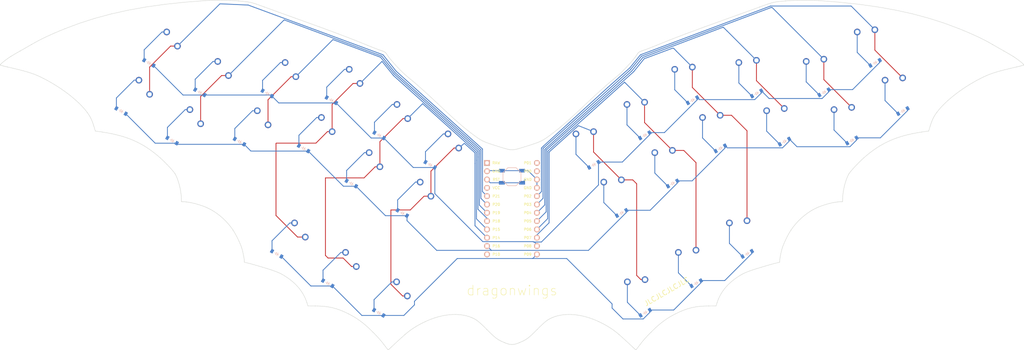
<source format=kicad_pcb>
(kicad_pcb (version 20211014) (generator pcbnew)
  (title_block (title "dragonwings_test") (rev "v1.0.0") (company "Unknown"))
  (layers (0 "F.Cu" signal) (31 "B.Cu" signal) (34 "B.Paste" user) (35 "F.Paste" user) (36 "B.SilkS" user "B.Silkscreen") (37 "F.SilkS" user "F.Silkscreen") (38 "B.Mask" user) (39 "F.Mask" user) (44 "Edge.Cuts" user))
  (net 0 "")
  (net 1 "P21")
  (net 2 "pinky1_bottom")
  (net 3 "P16")
  (net 4 "pinky1_home")
  (net 5 "P8")
  (net 6 "P20")
  (net 7 "pinky2_bottom")
  (net 8 "pinky2_home")
  (net 9 "P19")
  (net 10 "ring_bottom")
  (net 11 "ring_home")
  (net 12 "P18")
  (net 13 "middle_bottom")
  (net 14 "middle_home")
  (net 15 "P15")
  (net 16 "index_bottom")
  (net 17 "index_home")
  (net 18 "P14")
  (net 19 "inner_bottom")
  (net 20 "inner_home")
  (net 21 "near_thumb")
  (net 22 "P9")
  (net 23 "home_thumb")
  (net 24 "far_thumb")
  (net 25 "P2")
  (net 26 "mirror_pinky1_bottom")
  (net 27 "mirror_pinky1_home")
  (net 28 "P3")
  (net 29 "mirror_pinky2_bottom")
  (net 30 "mirror_pinky2_home")
  (net 31 "P4")
  (net 32 "mirror_ring_bottom")
  (net 33 "mirror_ring_home")
  (net 34 "P5")
  (net 35 "mirror_middle_bottom")
  (net 36 "mirror_middle_home")
  (net 37 "P6")
  (net 38 "mirror_index_bottom")
  (net 39 "mirror_index_home")
  (net 40 "P7")
  (net 41 "mirror_inner_bottom")
  (net 42 "mirror_inner_home")
  (net 43 "mirror_near_thumb")
  (net 44 "mirror_home_thumb")
  (net 45 "mirror_far_thumb")
  (net 46 "RAW")
  (net 47 "GND")
  (net 48 "RST")
  (net 49 "VCC")
  (net 50 "P1")
  (net 51 "P0")
  (net 52 "P10")
  (footprint "random_parts_custom:PG1350" (layer "F.Cu") (at 101.557713 111.133974 -30)
    (fp_text reference "S2" hide)
    (fp_text value "" hide)
  )
  (footprint "random_parts_custom:PG1350" (layer "F.Cu") (at 117.146171 120.133974 -30)
    (fp_text reference "S4" hide)
    (fp_text value "" hide)
  )
  (footprint "random_parts_custom:PG1350" (layer "F.Cu") (at 108.646171 134.856406 -30)
    (fp_text reference "S3" hide)
    (fp_text value "" hide)
  )
  (footprint "ComboDiode" (layer "F.Cu") (at 90.557713 130.186533 150)
    (fp_text reference "D1" hide)
    (fp_text value "" hide)
  )
  (footprint "random_parts_custom:PG1350" (layer "F.Cu") (at 137.734628 120.47372 -30)
    (fp_text reference "S6" hide)
    (fp_text value "" hide)
  )
  (footprint "random_parts_custom:PG1350" (layer "F.Cu") (at 171.794228 187.480762 -30)
    (fp_text reference "S15" hide)
    (fp_text value "" hide)
  )
  (footprint "ComboDiode" (layer "F.Cu") (at 169.411542 137.607695 150)
    (fp_text reference "D10" hide)
    (fp_text value "" hide)
  )
  (footprint "ComboDiode" (layer "F.Cu") (at 329.442286 130.186533 -150)
    (fp_text reference "D16" hide)
    (fp_text value "" hide)
  )
  (footprint "ComboDiode" (layer "F.Cu") (at 313.853829 139.186533 -150)
    (fp_text reference "D18" hide)
    (fp_text value "" hide)
  )
  (footprint "ComboDiode" (layer "F.Cu") (at 259.088457 152.330127 -150)
    (fp_text reference "D24" hide)
    (fp_text value "" hide)
  )
  (footprint "ComboDiode" (layer "F.Cu") (at 250.588457 137.607695 -150)
    (fp_text reference "D25" hide)
    (fp_text value "" hide)
  )
  (footprint "MountingHole:MountingHole_2.2mm_M2_DIN965" (layer "F.Cu") (at 345 113)
    (fp_text reference "REF03" hide)
    (fp_text value "MountingHole_2.2mm_M2_DIN965")
  )
  (footprint "ComboDiode" (layer "F.Cu") (at 176.5 161.330127 150)
    (fp_text reference "D11" hide)
    (fp_text value "" hide)
  )
  (footprint "random_parts_custom:PG1350" (layer "F.Cu") (at 157.323085 122.545517 -30)
    (fp_text reference "S8" hide)
    (fp_text value "" hide)
  )
  (footprint "random_parts_custom:PG1350" (layer "F.Cu") (at 248.088457 133.277568 30)
    (fp_text reference "S25" hide)
    (fp_text value "" hide)
  )
  (footprint "random_parts_custom:PG1350" (layer "F.Cu") (at 129.234628 135.196152 -30)
    (fp_text reference "S5" hide)
    (fp_text value "" hide)
  )
  (footprint "random_parts_custom:PG1350" (layer "F.Cu") (at 156.205771 178.480762 -30)
    (fp_text reference "S14" hide)
    (fp_text value "" hide)
  )
  (footprint "MountingHole:MountingHole_2.2mm_M2_DIN965" (layer "F.Cu") (at 75 113)
    (fp_text reference "REF04" hide)
    (fp_text value "MountingHole_2.2mm_M2_DIN965")
  )
  (footprint "random_parts_custom:PG1350" (layer "F.Cu") (at 263.794228 178.480762 30)
    (fp_text reference "S29" hide)
    (fp_text value "" hide)
  )
  (footprint "random_parts_custom:PG1350" (layer "F.Cu") (at 232.5 142.277568 30)
    (fp_text reference "S27" hide)
    (fp_text value "" hide)
  )
  (footprint "random_parts_custom:PG1350" (layer "F.Cu") (at 311.353829 134.856406 30)
    (fp_text reference "S18" hide)
    (fp_text value "" hide)
  )
  (footprint "ComboDiode" (layer "F.Cu") (at 320.942286 115.464101 -150)
    (fp_text reference "D17" hide)
    (fp_text value "" hide)
  )
  (footprint "random_parts_custom:PG1350" (layer "F.Cu") (at 326.942286 125.856406 30)
    (fp_text reference "S16" hide)
    (fp_text value "" hide)
  )
  (footprint "random_parts_custom:PG1350" (layer "F.Cu") (at 148.823085 137.267949 -30)
    (fp_text reference "S7" hide)
    (fp_text value "" hide)
  )
  (footprint "ProMicro" (layer "F.Cu") (at 210 160 -90)
    (fp_text reference "MCU1" hide)
    (fp_text value "" hide)
  )
  (footprint "ComboDiode" (layer "F.Cu") (at 153.705771 182.810889 150)
    (fp_text reference "D14" hide)
    (fp_text value "" hide)
  )
  (footprint "random_parts_custom:PG1350" (layer "F.Cu") (at 241 157 30)
    (fp_text reference "S26" hide)
    (fp_text value "" hide)
  )
  (footprint "random_parts_custom:PG1350" (layer "F.Cu") (at 248.205771 187.480762 30)
    (fp_text reference "S30" hide)
    (fp_text value "" hide)
  )
  (footprint "ComboDiode" (layer "F.Cu") (at 243.5 161.330127 -150)
    (fp_text reference "D26" hide)
    (fp_text value "" hide)
  )
  (footprint "random_parts_custom:PG1350" (layer "F.Cu") (at 179 157 -30)
    (fp_text reference "S11" hide)
    (fp_text value "" hide)
  )
  (footprint "ComboDiode" (layer "F.Cu") (at 250.705771 191.810889 -150)
    (fp_text reference "D30" hide)
    (fp_text value "" hide)
  )
  (footprint "ComboDiode" (layer "F.Cu") (at 135.234628 124.803847 150)
    (fp_text reference "D6" hide)
    (fp_text value "" hide)
  )
  (footprint "random_parts_custom:PG1350" (layer "F.Cu") (at 318.442286 111.133974 30)
    (fp_text reference "S17" hide)
    (fp_text value "" hide)
  )
  (footprint "ComboDiode" (layer "F.Cu") (at 114.646171 124.464101 150)
    (fp_text reference "D4" hide)
    (fp_text value "" hide)
  )
  (footprint "random_parts_custom:PG1350" (layer "F.Cu") (at 171.911542 133.277568 -30)
    (fp_text reference "S10" hide)
    (fp_text value "" hide)
  )
  (footprint "ComboDiode" (layer "F.Cu") (at 99.057713 115.464101 150)
    (fp_text reference "D2" hide)
    (fp_text value "" hide)
  )
  (footprint "random_parts_custom:PG1350" (layer "F.Cu") (at 302.853829 120.133974 30)
    (fp_text reference "S19" hide)
    (fp_text value "" hide)
  )
  (footprint "MountingHole:MountingHole_2.2mm_M2_DIN965" (layer "F.Cu") (at 149 110)
    (fp_text reference "REF06" hide)
    (fp_text value "MountingHole_2.2mm_M2_DIN965")
  )
  (footprint "random_parts_custom:PG1350" (layer "F.Cu") (at 282.265371 120.47372 30)
    (fp_text reference "S21" hide)
    (fp_text value "" hide)
  )
  (footprint "random_parts_custom:PG1350" (layer "F.Cu") (at 163.411542 148 -30)
    (fp_text reference "S9" hide)
    (fp_text value "" hide)
  )
  (footprint "random_parts_custom:PG1350" (layer "F.Cu") (at 256.588457 148 30)
    (fp_text reference "S24" hide)
    (fp_text value "" hide)
  )
  (footprint "ComboDiode" (layer "F.Cu") (at 106.146171 139.186533 150)
    (fp_text reference "D3" hide)
    (fp_text value "" hide)
  )
  (footprint "MountingHole:MountingHole_2.2mm_M2_DIN965" (layer "F.Cu") (at 271 110)
    (fp_text reference "REF05" hide)
    (fp_text value "MountingHole_2.2mm_M2_DIN965")
  )
  (footprint "random_parts_custom:PG1350" (layer "F.Cu") (at 279.382685 169.480762 30)
    (fp_text reference "S28" hide)
    (fp_text value "" hide)
  )
  (footprint "ComboDiode" (layer "F.Cu") (at 169.294228 191.810889 150)
    (fp_text reference "D15" hide)
    (fp_text value "" hide)
  )
  (footprint "ComboDiode" (layer "F.Cu") (at 146.323085 141.598076 150)
    (fp_text reference "D7" hide)
    (fp_text value "" hide)
  )
  (footprint "random_parts_custom:PG1350" (layer "F.Cu") (at 140.617314 169.480762 -30)
    (fp_text reference "S13" hide)
    (fp_text value "" hide)
  )
  (footprint "ComboDiode" (layer "F.Cu") (at 266.294228 182.810889 -150)
    (fp_text reference "D29" hide)
    (fp_text value "" hide)
  )
  (footprint "random_parts_custom:PG1350" (layer "F.Cu") (at 290.765371 135.196152 30)
    (fp_text reference "S20" hide)
    (fp_text value "" hide)
  )
  (footprint "ComboDiode" (layer "F.Cu") (at 126.734628 139.526279 150)
    (fp_text reference "D5" hide)
    (fp_text value "" hide)
  )
  (footprint "ComboDiode" (layer "F.Cu") (at 273.676914 141.598076 -150)
    (fp_text reference "D22" hide)
    (fp_text value "" hide)
  )
  (footprint "ComboDiode" (layer "F.Cu") (at 281.882685 173.810889 -150)
    (fp_text reference "D28" hide)
    (fp_text value "" hide)
  )
  (footprint "ComboDiode" (layer "F.Cu") (at 160.911542 152.330127 150)
    (fp_text reference "D9" hide)
    (fp_text value "" hide)
  )
  (footprint "ComboDiode" (layer "F.Cu") (at 284.765371 124.803847 -150)
    (fp_text reference "D21" hide)
    (fp_text value "" hide)
  )
  (footprint "random_parts_custom:PG1350" (layer "F.Cu") (at 93.057713 125.856406 -30)
    (fp_text reference "S1" hide)
    (fp_text value "" hide)
  )
  (footprint "MountingHole:MountingHole_2.2mm_M2_DIN965" (layer "F.Cu") (at 210 194)
    (fp_text reference "REF00" hide)
    (fp_text value "MountingHole_2.2mm_M2_DIN965")
  )
  (footprint "ComboDiode" (layer "F.Cu") (at 265.176914 126.875644 -150)
    (fp_text reference "D23" hide)
    (fp_text value "" hide)
  )
  (footprint "random_parts_custom:PG1350" (layer "F.Cu") (at 271.176914 137.267949 30)
    (fp_text reference "S22" hide)
    (fp_text value "" hide)
  )
  (footprint "ComboDiode" (layer "F.Cu") (at 293.265371 139.526279 -150)
    (fp_text reference "D20" hide)
    (fp_text value "" hide)
  )
  (footprint "ComboDiode" (layer "F.Cu") (at 154.823085 126.875644 150)
    (fp_text reference "D8" hide)
    (fp_text value "" hide)
  )
  (footprint "ComboDiode" (layer "F.Cu") (at 185 146.607695 150)
    (fp_text reference "D12" hide)
    (fp_text value "" hide)
  )
  (footprint "ComboDiode" (layer "F.Cu") (at 235 146.607695 -150)
    (fp_text reference "D27" hide)
    (fp_text value "" hide)
  )
  (footprint "random_parts_custom:PG1350" (layer "F.Cu") (at 187.5 142.277568 -30)
    (fp_text reference "S12" hide)
    (fp_text value "" hide)
  )
  (footprint "ComboDiode" (layer "F.Cu") (at 305.353829 124.464101 -150)
    (fp_text reference "D19" hide)
    (fp_text value "" hide)
  )
  (footprint "random_parts_custom:PG1350" (layer "F.Cu") (at 262.676914 122.545517 30)
    (fp_text reference "S23" hide)
    (fp_text value "" hide)
  )
  (footprint "MountingHole:MountingHole_2.2mm_M2_DIN965" (layer "F.Cu") (at 295 158)
    (fp_text reference "REF01" hide)
    (fp_text value "MountingHole_2.2mm_M2_DIN965")
  )
  (footprint "MountingHole:MountingHole_2.2mm_M2_DIN965" (layer "F.Cu") (at 125 158)
    (fp_text reference "REF02" hide)
    (fp_text value "MountingHole_2.2mm_M2_DIN965")
  )
  (footprint "ComboDiode" (layer "F.Cu") (at 138.117314 173.810889 150)
    (fp_text reference "D13" hide)
    (fp_text value "" hide)
  )
  (footprint "E73:SW_TACT_ALPS_SKQGABE010" (layer "B.Cu") (at 210 150.25 180)
    (fp_text reference "B1" hide)
    (fp_text value "" hide)
  )
  (gr_line (start 206.10984 141.101243) (end 204.551267 140.614351) (layer "Edge.Cuts") (width 0.120385))
  (gr_line (start 110.07 157.92) (end 109.67 157.91) (layer "Edge.Cuts") (width 0.120385))
  (gr_line (start 82.695533 136.28342) (end 82.695533 136.28342) (layer "Edge.Cuts") (width 0.120385))
  (gr_line (start 189.130296 192.674538) (end 190.049474 192.52224) (layer "Edge.Cuts") (width 0.120385))
  (gr_line (start 287.057665 97.884205) (end 285.692979 98.382988) (layer "Edge.Cuts") (width 0.120385))
  (gr_line (start 289.143899 177.043252) (end 289.82254 176.859189) (layer "Edge.Cuts") (width 0.120385))
  (gr_line (start 344.917647 125.506675) (end 345.837599 124.792546) (layer "Edge.Cuts") (width 0.120385))
  (gr_line (start 242.716946 198.476837) (end 243.694331 199.348251) (layer "Edge.Cuts") (width 0.120385))
  (gr_line (start 292.456419 172.478471) (end 292.608027 171.967963) (layer "Edge.Cuts") (width 0.120385))
  (gr_line (start 293.429607 169.932084) (end 293.781159 169.188909) (layer "Edge.Cuts") (width 0.120385))
  (gr_line (start 169.781378 111.607307) (end 169.454617 111.495477) (layer "Edge.Cuts") (width 0.120385))
  (gr_line (start 67.670983 107.508183) (end 66.461128 108.093241) (layer "Edge.Cuts") (width 0.120385))
  (gr_line (start 248.577081 112.380891) (end 248.499676 112.482434) (layer "Edge.Cuts") (width 0.120385))
  (gr_line (start 65.836997 119.720548) (end 66.938326 120.264467) (layer "Edge.Cuts") (width 0.120385))
  (gr_line (start 121.935924 163.209937) (end 122.385633 163.650077) (layer "Edge.Cuts") (width 0.120385))
  (gr_line (start 211.120463 201.356446) (end 211.415764 201.271365) (layer "Edge.Cuts") (width 0.120385))
  (gr_line (start 120.032216 96.317808) (end 118.749132 96.335234) (layer "Edge.Cuts") (width 0.120385))
  (gr_line (start 140.555823 180.554363) (end 141.25726 181.012844) (layer "Edge.Cuts") (width 0.120385))
  (gr_line (start 155.155199 190.284826) (end 155.751229 190.437392) (layer "Edge.Cuts") (width 0.120385))
  (gr_line (start 200.141161 194.839578) (end 200.442298 195.10649) (layer "Edge.Cuts") (width 0.120385))
  (gr_line (start 257.561977 193.510896) (end 258.020531 193.222882) (layer "Edge.Cuts") (width 0.120385))
  (gr_line (start 108.732811 154.50072) (end 108.808008 154.97549) (layer "Edge.Cuts") (width 0.120385))
  (gr_line (start 146.670816 187.038759) (end 146.916786 187.583689) (layer "Edge.Cuts") (width 0.120385))
  (gr_line (start 107.073455 149.386873) (end 107.073455 149.386873) (layer "Edge.Cuts") (width 0.120385))
  (gr_line (start 241.672778 119.927664) (end 240.963799 120.521274) (layer "Edge.Cuts") (width 0.120385))
  (gr_line (start 124.762302 166.548668) (end 124.762302 166.548668) (layer "Edge.Cuts") (width 0.120385))
  (gr_line (start 53.75 115.92) (end 53.675 116.04) (layer "Edge.Cuts") (width 0.120385))
  (gr_line (start 63.188519 109.851111) (end 63.188519 109.851111) (layer "Edge.Cuts") (width 0.120385))
  (gr_line (start 356.830885 109.848369) (end 356.830885 109.848369) (layer "Edge.Cuts") (width 0.120385))
  (gr_line (start 56.894292 113.490111) (end 56.894292 113.490111) (layer "Edge.Cuts") (width 0.120385))
  (gr_line (start 275.328918 184.019319) (end 275.744365 183.557028) (layer "Edge.Cuts") (width 0.120385))
  (gr_line (start 169.454617 111.495477) (end 169.052398 111.350839) (layer "Edge.Cuts") (width 0.120385))
  (gr_line (start 247.187489 202.584015) (end 247.359675 202.742458) (layer "Edge.Cuts") (width 0.120385))
  (gr_line (start 82.695533 136.28342) (end 84.799991 136.597621) (layer "Edge.Cuts") (width 0.120385))
  (gr_line (start 293.568348 96.549269) (end 293.568348 96.549269) (layer "Edge.Cuts") (width 0.120385))
  (gr_line (start 73.421284 105.023415) (end 73.421284 105.023415) (layer "Edge.Cuts") (width 0.120385))
  (gr_line (start 190.956717 192.415219) (end 191.849652 192.353699) (layer "Edge.Cuts") (width 0.120385))
  (gr_line (start 64.231744 109.259117) (end 63.188519 109.851111) (layer "Edge.Cuts") (width 0.120385))
  (gr_line (start 202.354062 196.961505) (end 202.354062 196.961505) (layer "Edge.Cuts") (width 0.120385))
  (gr_line (start 249.945154 111.704363) (end 249.804684 111.754767) (layer "Edge.Cuts") (width 0.120385))
  (gr_line (start 209.753892 201.498247) (end 209.46016 201.469887) (layer "Edge.Cuts") (width 0.120385))
  (gr_line (start 56.894292 113.490111) (end 56.378586 113.825831) (layer "Edge.Cuts") (width 0.120385))
  (gr_line (start 156.940749 190.807752) (end 157.540979 191.027147) (layer "Edge.Cuts") (width 0.120385))
  (gr_line (start 315.449467 146.473938) (end 316.150383 145.764257) (layer "Edge.Cuts") (width 0.120385))
  (gr_line (start 172.54602 113.956928) (end 172.353697 113.701994) (layer "Edge.Cuts") (width 0.120385))
  (gr_line (start 166.52788 196.776936) (end 167.508266 197.733317) (layer "Edge.Cuts") (width 0.120385))
  (gr_line (start 206.10984 141.101243) (end 206.10984 141.101243) (layer "Edge.Cuts") (width 0.120385))
  (gr_line (start 111.288454 158.063448) (end 111.71218 158.137002) (layer "Edge.Cuts") (width 0.120385))
  (gr_line (start 292.302438 173.084168) (end 292.456419 172.478471) (layer "Edge.Cuts") (width 0.120385))
  (gr_line (start 165.937483 110.132695) (end 165.937483 110.132695) (layer "Edge.Cuts") (width 0.120385))
  (gr_line (start 57.751358 117.156602) (end 59.392791 117.555637) (layer "Edge.Cuts") (width 0.120385))
  (gr_line (start 183.4975 194.526711) (end 184.438449 194.107414) (layer "Edge.Cuts") (width 0.120385))
  (gr_line (start 109.928795 96.932488) (end 103.873611 97.582986) (layer "Edge.Cuts") (width 0.120385))
  (gr_line (start 249.159984 201.49946) (end 249.159984 201.49946) (layer "Edge.Cuts") (width 0.120385))
  (gr_line (start 293.568348 96.549269) (end 293.568348 96.549269) (layer "Edge.Cuts") (width 0.120385))
  (gr_line (start 126.910471 170.662038) (end 127.188315 171.348821) (layer "Edge.Cuts") (width 0.120385))
  (gr_line (start 200.765422 195.404175) (end 201.114348 195.735577) (layer "Edge.Cuts") (width 0.120385))
  (gr_line (start 136.463337 178.726297) (end 137.496441 179.08706) (layer "Edge.Cuts") (width 0.120385))
  (gr_line (start 167.004302 110.565151) (end 165.937483 110.132695) (layer "Edge.Cuts") (width 0.120385))
  (gr_line (start 53.675 116.04) (end 53.63 116.13) (layer "Edge.Cuts") (width 0.120385))
  (gr_line (start 257.110113 193.809755) (end 257.561977 193.510896) (layer "Edge.Cuts") (width 0.120385))
  (gr_line (start 53.916078 115.728479) (end 53.819582 115.830964) (layer "Edge.Cuts") (width 0.120385))
  (gr_line (start 103.873611 97.582986) (end 98.14321 98.392957) (layer "Edge.Cuts") (width 0.120385))
  (gr_line (start 250.211562 200.190698) (end 250.611512 199.732478) (layer "Edge.Cuts") (width 0.120385))
  (gr_line (start 335.219413 136.594879) (end 337.323871 136.280678) (layer "Edge.Cuts") (width 0.120385))
  (gr_line (start 161.998873 193.225624) (end 162.457427 193.513638) (layer "Edge.Cuts") (width 0.120385))
  (gr_line (start 178.648876 197.387731) (end 179.004645 197.126781) (layer "Edge.Cuts") (width 0.120385))
  (gr_line (start 103.174817 145.093724) (end 103.869021 145.766999) (layer "Edge.Cuts") (width 0.120385))
  (gr_line (start 302.966926 159.81691) (end 303.35787 159.641489) (layer "Edge.Cuts") (width 0.120385))
  (gr_line (start 75.101757 125.509417) (end 75.980931 126.231145) (layer "Edge.Cuts") (width 0.120385))
  (gr_line (start 288.325115 177.274735) (end 289.143899 177.043252) (layer "Edge.Cuts") (width 0.120385))
  (gr_line (start 366.344404 116.037258) (end 366.269404 115.917258) (layer "Edge.Cuts") (width 0.120385))
  (gr_line (start 309.136105 158.001907) (end 309.519411 157.958828) (layer "Edge.Cuts") (width 0.120385))
  (gr_line (start 169.781378 111.607307) (end 169.781378 111.607307) (layer "Edge.Cuts") (width 0.120385))
  (gr_line (start 256.662902 194.120987) (end 257.110113 193.809755) (layer "Edge.Cuts") (width 0.120385))
  (gr_line (start 73.421284 105.023415) (end 71.82338 105.677464) (layer "Edge.Cuts") (width 0.120385))
  (gr_line (start 248.634835 112.311087) (end 248.577081 112.380891) (layer "Edge.Cuts") (width 0.120385))
  (gr_line (start 108.917582 155.904036) (end 108.950399 156.352019) (layer "Edge.Cuts") (width 0.120385))
  (gr_line (start 81.928406 133.842057) (end 82.034428 134.148881) (layer "Edge.Cuts") (width 0.120385))
  (gr_line (start 198.582546 193.719594) (end 198.831833 193.863649) (layer "Edge.Cuts") (width 0.120385))
  (gr_line (start 222.545823 136.895436) (end 221.387544 137.755165) (layer "Edge.Cuts") (width 0.120385))
  (gr_line (start 107.247946 149.708185) (end 107.418454 150.058212) (layer "Edge.Cuts") (width 0.120385))
  (gr_line (start 254.081921 110.129953) (end 254.081921 110.129953) (layer "Edge.Cuts") (width 0.120385))
  (gr_line (start 84.799991 136.597621) (end 84.799991 136.597621) (layer "Edge.Cuts") (width 0.120385))
  (gr_line (start 318.459508 143.661791) (end 319.418232 142.888912) (layer "Edge.Cuts") (width 0.120385))
  (gr_line (start 311.705238 152.596473) (end 311.835463 152.13497) (layer "Edge.Cuts") (width 0.120385))
  (gr_line (start 177.212063 118.952013) (end 176.587561 118.367531) (layer "Edge.Cuts") (width 0.120385))
  (gr_line (start 259.962402 192.148771) (end 259.962402 192.148771) (layer "Edge.Cuts") (width 0.120385))
  (gr_line (start 143.906946 101.84801) (end 138.684197 99.969786) (layer "Edge.Cuts") (width 0.120385))
  (gr_line (start 203.975356 198.551162) (end 204.302531 198.850827) (layer "Edge.Cuts") (width 0.120385))
  (gr_line (start 355.78766 109.256375) (end 354.700739 108.672281) (layer "Edge.Cuts") (width 0.120385))
  (gr_line (start 297.363331 96.34513) (end 296.060561 96.392187) (layer "Edge.Cuts") (width 0.120385))
  (gr_line (start 59.392791 117.555637) (end 60.807866 117.924426) (layer "Edge.Cuts") (width 0.120385))
  (gr_line (start 190.049474 192.52224) (end 190.956717 192.415219) (layer "Edge.Cuts") (width 0.120385))
  (gr_line (start 180.908912 195.887464) (end 181.31631 195.651758) (layer "Edge.Cuts") (width 0.120385))
  (gr_line (start 81.484249 132.735073) (end 81.599714 132.996683) (layer "Edge.Cuts") (width 0.120385))
  (gr_line (start 169.807842 200.19344) (end 170.181762 200.639197) (layer "Edge.Cuts") (width 0.120385))
  (gr_line (start 165.594092 195.91887) (end 166.05618 196.336376) (layer "Edge.Cuts") (width 0.120385))
  (gr_line (start 120.017554 161.602105) (end 120.513243 161.979518) (layer "Edge.Cuts") (width 0.120385))
  (gr_line (start 109.03 157.92) (end 109.35 157.91) (layer "Edge.Cuts") (width 0.120385))
  (gr_line (start 249.837642 200.636455) (end 250.211562 200.190698) (layer "Edge.Cuts") (width 0.120385))
  (gr_line (start 339.845103 130.548161) (end 339.845103 130.548161) (layer "Edge.Cuts") (width 0.120385))
  (gr_line (start 123.242777 164.57045) (end 123.648378 165.049048) (layer "Edge.Cuts") (width 0.120385))
  (gr_line (start 310.349404 157.907258) (end 309.949404 157.917258) (layer "Edge.Cuts") (width 0.120385))
  (gr_line (start 216.397407 198.213451) (end 216.782025 197.839382) (layer "Edge.Cuts") (width 0.120385))
  (gr_line (start 355.938998 118.962538) (end 356.906278 118.61491) (layer "Edge.Cuts") (width 0.120385))
  (gr_line (start 305.096447 158.98131) (end 306.024733 158.68962) (layer "Edge.Cuts") (width 0.120385))
  (gr_line (start 193.871474 133.955521) (end 192.497213 132.73945) (layer "Edge.Cuts") (width 0.120385))
  (gr_line (start 209.390596 141.972742) (end 209.688973 141.994395) (layer "Edge.Cuts") (width 0.120385))
  (gr_line (start 301.270272 96.332492) (end 299.987188 96.315066) (layer "Edge.Cuts") (width 0.120385))
  (gr_line (start 335.219413 136.594879) (end 335.219413 136.594879) (layer "Edge.Cuts") (width 0.120385))
  (gr_line (start 165.139577 195.522891) (end 165.594092 195.91887) (layer "Edge.Cuts") (width 0.120385))
  (gr_line (start 242.716946 198.476837) (end 242.716946 198.476837) (layer "Edge.Cuts") (width 0.120385))
  (gr_line (start 231.817847 192.86915) (end 232.753775 193.111336) (layer "Edge.Cuts") (width 0.120385))
  (gr_line (start 125.117844 167.111021) (end 125.490317 167.755281) (layer "Edge.Cuts") (width 0.120385))
  (gr_line (start 154.55383 190.152937) (end 155.155199 190.284826) (layer "Edge.Cuts") (width 0.120385))
  (gr_line (start 160.057002 192.151513) (end 160.057002 192.151513) (layer "Edge.Cuts") (width 0.120385))
  (gr_line (start 312.435205 150.431316) (end 312.60095 150.05547) (layer "Edge.Cuts") (width 0.120385))
  (gr_line (start 240.278762 196.615624) (end 240.650906 196.867628) (layer "Edge.Cuts") (width 0.120385))
  (gr_line (start 247.665707 113.699252) (end 247.473384 113.954186) (layer "Edge.Cuts") (width 0.120385))
  (gr_line (start 219.235855 139.167031) (end 218.890913 139.343744) (layer "Edge.Cuts") (width 0.120385))
  (gr_line (start 317.500601 144.487951) (end 317.500601 144.487951) (layer "Edge.Cuts") (width 0.120385))
  (gr_line (start 220.597672 138.31825) (end 219.903249 138.778675) (layer "Edge.Cuts") (width 0.120385))
  (gr_line (start 116.661534 159.644231) (end 117.052478 159.819652) (layer "Edge.Cuts") (width 0.120385))
  (gr_line (start 311.211396 154.972748) (end 311.286593 154.497978) (layer "Edge.Cuts") (width 0.120385))
  (gr_line (start 242.807341 118.949271) (end 242.807341 118.949271) (layer "Edge.Cuts") (width 0.120385))
  (gr_line (start 312.771458 149.705443) (end 312.945949 149.384131) (layer "Edge.Cuts") (width 0.120385))
  (gr_line (start 237.860083 195.188699) (end 238.28636 195.417053) (layer "Edge.Cuts") (width 0.120385))
  (gr_line (start 338.654749 132.478386) (end 338.779181 132.230651) (layer "Edge.Cuts") (width 0.120385))
  (gr_line (start 68.960078 106.91426) (end 67.670983 107.508183) (layer "Edge.Cuts") (width 0.120385))
  (gr_line (start 127.996311 174.395363) (end 128.103807 175.003862) (layer "Edge.Cuts") (width 0.120385))
  (gr_line (start 206.906425 200.585443) (end 207.625136 200.902681) (layer "Edge.Cuts") (width 0.120385))
  (gr_line (start 291.915597 175.00112) (end 292.023093 174.392621) (layer "Edge.Cuts") (width 0.120385))
  (gr_line (start 123.648378 165.049048) (end 124.037444 165.538828) (layer "Edge.Cuts") (width 0.120385))
  (gr_line (start 176.587561 118.367531) (end 175.880413 117.665124) (layer "Edge.Cuts") (width 0.120385))
  (gr_line (start 206 200.12) (end 205.723325 199.952447) (layer "Edge.Cuts") (width 0.120385))
  (gr_line (start 236.521904 194.523969) (end 237.424054 194.963822) (layer "Edge.Cuts") (width 0.120385))
  (gr_line (start 285.692979 98.382988) (end 285.692979 98.382988) (layer "Edge.Cuts") (width 0.120385))
  (gr_line (start 261.870055 191.267679) (end 262.478425 191.024405) (layer "Edge.Cuts") (width 0.120385))
  (gr_line (start 276.112458 101.845268) (end 276.112458 101.845268) (layer "Edge.Cuts") (width 0.120385))
  (gr_line (start 248.763272 112.213697) (end 248.904158 112.13488) (layer "Edge.Cuts") (width 0.120385))
  (gr_line (start 234.637702 193.72932) (end 235.580955 194.104672) (layer "Edge.Cuts") (width 0.120385))
  (gr_line (start 210 142) (end 210 142) (layer "Edge.Cuts") (width 0.120385))
  (gr_line (start 229.048798 131.346029) (end 227.522191 132.736708) (layer "Edge.Cuts") (width 0.120385))
  (gr_line (start 92.710686 99.367789) (end 87.549136 100.512865) (layer "Edge.Cuts") (width 0.120385))
  (gr_line (start 86.205831 136.824865) (end 87.551895 137.078683) (layer "Edge.Cuts") (width 0.120385))
  (gr_line (start 295.257102 166.545926) (end 295.610347 166.036232) (layer "Edge.Cuts") (width 0.120385))
  (gr_line (start 188.201557 192.871892) (end 189.130296 192.674538) (layer "Edge.Cuts") (width 0.120385))
  (gr_line (start 146.107363 185.985734) (end 146.401055 186.506167) (layer "Edge.Cuts") (width 0.120385))
  (gr_line (start 292.711963 171.666662) (end 292.831089 171.346079) (layer "Edge.Cuts") (width 0.120385))
  (gr_line (start 102.518803 144.490693) (end 102.518803 144.490693) (layer "Edge.Cuts") (width 0.120385))
  (gr_line (start 329.937572 137.670929) (end 331.176935 137.35824) (layer "Edge.Cuts") (width 0.120385))
  (gr_line (start 177.960752 197.92378) (end 178.300981 197.653353) (layer "Edge.Cuts") (width 0.120385))
  (gr_line (start 206 200.12) (end 206.286024 200.27882) (layer "Edge.Cuts") (width 0.120385))
  (gr_line (start 239.508763 196.124304) (end 239.898117 196.367893) (layer "Edge.Cuts") (width 0.120385))
  (gr_line (start 309.949404 157.917258) (end 309.519411 157.958828) (layer "Edge.Cuts") (width 0.120385))
  (gr_line (start 206.10984 141.101243) (end 206.10984 141.101243) (layer "Edge.Cuts") (width 0.120385))
  (gr_line (start 129.649328 176.72291) (end 130.196864 176.861931) (layer "Edge.Cuts") (width 0.120385))
  (gr_line (start 214.56848 199.769622) (end 214.841684 199.573215) (layer "Edge.Cuts") (width 0.120385))
  (gr_line (start 105.865992 147.869912) (end 106.398174 148.485788) (layer "Edge.Cuts") (width 0.120385))
  (gr_line (start 364.174384 116.712984) (end 364.174384 116.712984) (layer "Edge.Cuts") (width 0.120385))
  (gr_line (start 311.584459 153.066421) (end 311.705238 152.596473) (layer "Edge.Cuts") (width 0.120385))
  (gr_line (start 238.851715 122.300114) (end 236.927221 124.012018) (layer "Edge.Cuts") (width 0.120385))
  (gr_line (start 346.59812 105.020673) (end 342.088065 103.332551) (layer "Edge.Cuts") (width 0.120385))
  (gr_line (start 187.302988 127.906757) (end 185.233353 125.969359) (layer "Edge.Cuts") (width 0.120385))
  (gr_line (start 121.340863 96.322093) (end 120.032216 96.317808) (layer "Edge.Cuts") (width 0.120385))
  (gr_line (start 349.844721 122.072809) (end 350.908211 121.442266) (layer "Edge.Cuts") (width 0.120385))
  (gr_line (start 138.381271 179.433129) (end 138.780887 179.606003) (layer "Edge.Cuts") (width 0.120385))
  (gr_line (start 242.315033 119.380241) (end 241.672778 119.927664) (layer "Edge.Cuts") (width 0.120385))
  (gr_line (start 116.335665 96.436081) (end 109.928795 96.932488) (layer "Edge.Cuts") (width 0.120385))
  (gr_line (start 170.604989 111.907538) (end 170.833152 112.003901) (layer "Edge.Cuts") (width 0.120385))
  (gr_line (start 198.63186 137.757907) (end 198.63186 137.757907) (layer "Edge.Cuts") (width 0.120385))
  (gr_line (start 321.876194 98.390215) (end 316.145793 97.580244) (layer "Edge.Cuts") (width 0.120385))
  (gr_line (start 278.195969 181.408474) (end 278.762144 181.010102) (layer "Edge.Cuts") (width 0.120385))
  (gr_line (start 259.962402 192.148771) (end 259.962402 192.148771) (layer "Edge.Cuts") (width 0.120385))
  (gr_line (start 121.473345 162.784252) (end 121.935924 163.209937) (layer "Edge.Cuts") (width 0.120385))
  (gr_line (start 127.681713 96.657518) (end 126.451056 96.552011) (layer "Edge.Cuts") (width 0.120385))
  (gr_line (start 262.991693 106.627443) (end 258.237436 108.453294) (layer "Edge.Cuts") (width 0.120385))
  (gr_line (start 106.963107 149.213509) (end 107.073455 149.386873) (layer "Edge.Cuts") (width 0.120385))
  (gr_line (start 351.059326 106.911518) (end 349.679143 106.303141) (layer "Edge.Cuts") (width 0.120385))
  (gr_line (start 172.376636 202.997596) (end 172.506539 202.883423) (layer "Edge.Cuts") (width 0.120385))
  (gr_line (start 238.703094 195.649016) (end 239.110492 195.884722) (layer "Edge.Cuts") (width 0.120385))
  (gr_line (start 199.421732 138.320992) (end 198.63186 137.757907) (layer "Edge.Cuts") (width 0.120385))
  (gr_line (start 288.593324 97.35207) (end 288.134704 97.504116) (layer "Edge.Cuts") (width 0.120385))
  (gr_line (start 215.468137 140.611609) (end 213.909564 141.098501) (layer "Edge.Cuts") (width 0.120385))
  (gr_line (start 230.767093 129.746534) (end 229.048798 131.346029) (layer "Edge.Cuts") (width 0.120385))
  (gr_line (start 281.335207 99.967044) (end 276.112458 101.845268) (layer "Edge.Cuts") (width 0.120385))
  (gr_line (start 150.644756 189.750955) (end 151.348935 189.775603) (layer "Edge.Cuts") (width 0.120385))
  (gr_line (start 55.84502 116.715726) (end 55.84502 116.715726) (layer "Edge.Cuts") (width 0.120385))
  (gr_line (start 245.879147 201.350494) (end 246.80331 202.221783) (layer "Edge.Cuts") (width 0.120385))
  (gr_line (start 144.690486 184.022061) (end 145.081302 184.495626) (layer "Edge.Cuts") (width 0.120385))
  (gr_line (start 321.35226 141.49537) (end 322.336129 140.87089) (layer "Edge.Cuts") (width 0.120385))
  (gr_line (start 71.82338 105.677464) (end 70.340261 106.305883) (layer "Edge.Cuts") (width 0.120385))
  (gr_line (start 302.067476 160.275155) (end 302.600017 159.994554) (layer "Edge.Cuts") (width 0.120385))
  (gr_line (start 364.174384 116.712984) (end 364.174384 116.712984) (layer "Edge.Cuts") (width 0.120385))
  (gr_line (start 281.638133 179.430387) (end 282.522963 179.084318) (layer "Edge.Cuts") (width 0.120385))
  (gr_line (start 93.535497 138.813147) (end 94.612852 139.266469) (layer "Edge.Cuts") (width 0.120385))
  (gr_line (start 153.321592 189.947982) (end 153.943751 190.040922) (layer "Edge.Cuts") (width 0.120385))
  (gr_line (start 353.081078 120.261725) (end 354.182407 119.717806) (layer "Edge.Cuts") (width 0.120385))
  (gr_line (start 294.151636 168.454238) (end 294.529087 167.752539) (layer "Edge.Cuts") (width 0.120385))
  (gr_line (start 110.883299 158.004649) (end 111.288454 158.063448) (layer "Edge.Cuts") (width 0.120385))
  (gr_line (start 346.59812 105.020673) (end 346.59812 105.020673) (layer "Edge.Cuts") (width 0.120385))
  (gr_line (start 147.669944 189.734548) (end 149.911646 189.741379) (layer "Edge.Cuts") (width 0.120385))
  (gr_line (start 60.807866 117.924426) (end 62.035129 118.274566) (layer "Edge.Cuts") (width 0.120385))
  (gr_line (start 167.508266 197.733317) (end 167.508266 197.733317) (layer "Edge.Cuts") (width 0.120385))
  (gr_line (start 273.348588 187.036017) (end 273.618349 186.503425) (layer "Edge.Cuts") (width 0.120385))
  (gr_line (start 54.387788 115.307572) (end 54.04523 115.605296) (layer "Edge.Cuts") (width 0.120385))
  (gr_line (start 171.115246 112.137622) (end 171.256132 112.216439) (layer "Edge.Cuts") (width 0.120385))
  (gr_line (start 235.580955 194.104672) (end 236.521904 194.523969) (layer "Edge.Cuts") (width 0.120385))
  (gr_line (start 82.245407 134.808808) (end 82.245407 134.808808) (layer "Edge.Cuts") (width 0.120385))
  (gr_line (start 182.59535 194.966564) (end 183.4975 194.526711) (layer "Edge.Cuts") (width 0.120385))
  (gr_line (start 345.837599 124.792546) (end 346.794307 124.089055) (layer "Edge.Cuts") (width 0.120385))
  (gr_line (start 170.85942 201.502202) (end 170.85942 201.502202) (layer "Edge.Cuts") (width 0.120385))
  (gr_line (start 258.237436 108.453294) (end 254.081921 110.129953) (layer "Edge.Cuts") (width 0.120385))
  (gr_line (start 173.04881 114.574942) (end 172.54602 113.956928) (layer "Edge.Cuts") (width 0.120385))
  (gr_line (start 308.307224 158.13426) (end 308.73095 158.060706) (layer "Edge.Cuts") (width 0.120385))
  (gr_line (start 170.480696 111.857992) (end 170.350404 111.807894) (layer "Edge.Cuts") (width 0.120385))
  (gr_line (start 72.235659 123.401985) (end 73.225097 124.091797) (layer "Edge.Cuts") (width 0.120385))
  (gr_line (start 306.024733 158.68962) (end 306.957392 158.433815) (layer "Edge.Cuts") (width 0.120385))
  (gr_line (start 82.245407 134.808808) (end 82.695533 136.28342) (layer "Edge.Cuts") (width 0.120385))
  (gr_line (start 316.145793 97.580244) (end 310.090609 96.929746) (layer "Edge.Cuts") (width 0.120385))
  (gr_line (start 168.979937 199.262318) (end 169.407892 199.73522) (layer "Edge.Cuts") (width 0.120385))
  (gr_line (start 272.880299 188.138391) (end 273.102618 187.580947) (layer "Edge.Cuts") (width 0.120385))
  (gr_line (start 200.442298 195.10649) (end 200.765422 195.404175) (layer "Edge.Cuts") (width 0.120385))
  (gr_line (start 87.549136 100.512865) (end 82.631655 101.833572) (layer "Edge.Cuts") (width 0.120385))
  (gr_line (start 337.984976 134.146139) (end 338.090998 133.839315) (layer "Edge.Cuts") (width 0.120385))
  (gr_line (start 165.937483 110.132695) (end 165.937483 110.132695) (layer "Edge.Cuts") (width 0.120385))
  (gr_line (start 142.364139 181.819798) (end 142.879511 182.238767) (layer "Edge.Cuts") (width 0.120385))
  (gr_line (start 64.080406 118.96528) (end 64.975514 119.329047) (layer "Edge.Cuts") (width 0.120385))
  (gr_line (start 218.890913 139.343744) (end 218.527069 139.513911) (layer "Edge.Cuts") (width 0.120385))
  (gr_line (start 221.953359 193.456331) (end 222.2282 193.333982) (layer "Edge.Cuts") (width 0.120385))
  (gr_line (start 139.158799 179.781624) (end 139.520127 179.96213) (layer "Edge.Cuts") (width 0.120385))
  (gr_line (start 209.840947 141.99875) (end 209.688973 141.994395) (layer "Edge.Cuts") (width 0.120385))
  (gr_line (start 273.618349 186.503425) (end 273.912041 185.982992) (layer "Edge.Cuts") (width 0.120385))
  (gr_line (start 130.875505 177.045994) (end 131.694289 177.277477) (layer "Edge.Cuts") (width 0.120385))
  (gr_line (start 221.436858 193.716852) (end 221.69085 193.582973) (layer "Edge.Cuts") (width 0.120385))
  (gr_line (start 169.407892 199.73522) (end 169.807842 200.19344) (layer "Edge.Cuts") (width 0.120385))
  (gr_line (start 242.716946 198.476837) (end 242.716946 198.476837) (layer "Edge.Cuts") (width 0.120385))
  (gr_line (start 250.238026 111.604565) (end 250.089804 111.654206) (layer "Edge.Cuts") (width 0.120385))
  (gr_line (start 250.564787 111.492735) (end 250.238026 111.604565) (layer "Edge.Cuts") (width 0.120385))
  (gr_line (start 219.577106 195.103748) (end 219.878243 194.836836) (layer "Edge.Cuts") (width 0.120385))
  (gr_line (start 212.394268 200.899939) (end 212.394268 200.899939) (layer "Edge.Cuts") (width 0.120385))
  (gr_line (start 354.700739 108.672281) (end 353.558276 108.090499) (layer "Edge.Cuts") (width 0.120385))
  (gr_line (start 312.945949 149.384131) (end 312.945949 149.384131) (layer "Edge.Cuts") (width 0.120385))
  (gr_line (start 55.84502 116.715726) (end 55.84502 116.715726) (layer "Edge.Cuts") (width 0.120385))
  (gr_line (start 366.199822 115.828222) (end 366.103326 115.725737) (layer "Edge.Cuts") (width 0.120385))
  (gr_line (start 280.499277 179.959388) (end 280.860605 179.778882) (layer "Edge.Cuts") (width 0.120385))
  (gr_line (start 125.867768 168.45698) (end 126.238245 169.191651) (layer "Edge.Cuts") (width 0.120385))
  (gr_line (start 303.769572 159.469255) (end 304.198753 159.301171) (layer "Edge.Cuts") (width 0.120385))
  (gr_line (start 117.510615 96.374586) (end 116.335665 96.436081) (layer "Edge.Cuts") (width 0.120385))
  (gr_line (start 168.0321 198.263586) (end 168.521999 198.772513) (layer "Edge.Cuts") (width 0.120385))
  (gr_line (start 218.527069 139.513911) (end 218.135771 139.681357) (layer "Edge.Cuts") (width 0.120385))
  (gr_line (start 199.858199 194.600498) (end 200.141161 194.839578) (layer "Edge.Cuts") (width 0.120385))
  (gr_line (start 128.199704 175.726902) (end 128.226155 176.071417) (layer "Edge.Cuts") (width 0.120385))
  (gr_line (start 248.634835 112.311087) (end 248.763272 112.213697) (layer "Edge.Cuts") (width 0.120385))
  (gr_line (start 199.589598 194.386307) (end 199.858199 194.600498) (layer "Edge.Cuts") (width 0.120385))
  (gr_line (start 198.63186 137.757907) (end 198.63186 137.757907) (layer "Edge.Cuts") (width 0.120385))
  (gr_line (start 324.358993 139.756977) (end 325.406552 139.263727) (layer "Edge.Cuts") (width 0.120385))
  (gr_line (start 364.493703 116.640006) (end 364.780012 116.57334) (layer "Edge.Cuts") (width 0.120385))
  (gr_line (start 109.01 157.44) (end 109.02 157.7) (layer "Edge.Cuts") (width 0.120385))
  (gr_line (start 310.669404 157.907258) (end 310.989404 157.917258) (layer "Edge.Cuts") (width 0.120385))
  (gr_line (start 143.906946 101.84801) (end 143.906946 101.84801) (layer "Edge.Cuts") (width 0.120385))
  (gr_line (start 118.999482 160.901277) (end 119.512662 161.242419) (layer "Edge.Cuts") (width 0.120385))
  (gr_line (start 341.010035 129.130525) (end 341.685859 128.408792) (layer "Edge.Cuts") (width 0.120385))
  (gr_line (start 199.080228 194.020826) (end 199.331546 194.194064) (layer "Edge.Cuts") (width 0.120385))
  (gr_line (start 247.811786 113.487855) (end 247.811786 113.487855) (layer "Edge.Cuts") (width 0.120385))
  (gr_line (start 213.909564 141.098501) (end 213.909564 141.098501) (layer "Edge.Cuts") (width 0.120385))
  (gr_line (start 219.253982 195.401433) (end 219.577106 195.103748) (layer "Edge.Cuts") (width 0.120385))
  (gr_line (start 296.060561 96.392187) (end 294.789233 96.460305) (layer "Edge.Cuts") (width 0.120385))
  (gr_line (start 310.090609 96.929746) (end 303.683739 96.433339) (layer "Edge.Cuts") (width 0.120385))
  (gr_line (start 177.302458 198.479579) (end 177.302458 198.479579) (layer "Edge.Cuts") (width 0.120385))
  (gr_line (start 58.95475 112.268649) (end 58.178721 112.718877) (layer "Edge.Cuts") (width 0.120385))
  (gr_line (start 337.323871 136.280678) (end 337.323871 136.280678) (layer "Edge.Cuts") (width 0.120385))
  (gr_line (start 80.830824 131.5129) (end 80.679965 131.275454) (layer "Edge.Cuts") (width 0.120385))
  (gr_line (start 128.226155 176.071417) (end 128.226155 176.381417) (layer "Edge.Cuts") (width 0.120385))
  (gr_line (start 301.540472 160.576755) (end 302.067476 160.275155) (layer "Edge.Cuts") (width 0.120385))
  (gr_line (start 294.529087 167.752539) (end 294.90156 167.108279) (layer "Edge.Cuts") (width 0.120385))
  (gr_line (start 195.132728 135.031194) (end 193.871474 133.955521) (layer "Edge.Cuts") (width 0.120385))
  (gr_line (start 147.337914 188.71127) (end 147.337914 188.71127) (layer "Edge.Cuts") (width 0.120385))
  (gr_line (start 366.103326 115.725737) (end 365.974174 115.602554) (layer "Edge.Cuts") (width 0.120385))
  (gr_line (start 287.357152 177.556017) (end 288.325115 177.274735) (layer "Edge.Cuts") (width 0.120385))
  (gr_line (start 308.73095 158.060706) (end 309.136105 158.001907) (layer "Edge.Cuts") (width 0.120385))
  (gr_line (start 263.078655 190.80501) (end 263.674115 190.608691) (layer "Edge.Cuts") (width 0.120385))
  (gr_line (start 197.50022 193.215725) (end 197.50022 193.215725) (layer "Edge.Cuts") (width 0.120385))
  (gr_line (start 198.831833 193.863649) (end 199.080228 194.020826) (layer "Edge.Cuts") (width 0.120385))
  (gr_line (start 237.424054 194.963822) (end 237.860083 195.188699) (layer "Edge.Cuts") (width 0.120385))
  (gr_line (start 276.112458 101.845268) (end 268.798698 104.481676) (layer "Edge.Cuts") (width 0.120385))
  (gr_line (start 120.998812 162.37384) (end 121.473345 162.784252) (layer "Edge.Cuts") (width 0.120385))
  (gr_line (start 260.615413 191.829061) (end 261.250174 191.53563) (layer "Edge.Cuts") (width 0.120385))
  (gr_line (start 207.96991 201.044483) (end 208.295444 201.167377) (layer "Edge.Cuts") (width 0.120385))
  (gr_line (start 187.302988 127.906757) (end 187.302988 127.906757) (layer "Edge.Cuts") (width 0.120385))
  (gr_line (start 215.410804 199.116242) (end 215.716873 198.848085) (layer "Edge.Cuts") (width 0.120385))
  (gr_line (start 249.159984 201.49946) (end 249.487775 201.071969) (layer "Edge.Cuts") (width 0.120385))
  (gr_line (start 170.21472 111.757509) (end 170.07425 111.707105) (layer "Edge.Cuts") (width 0.120385))
  (gr_line (start 299.987188 96.315066) (end 298.678541 96.319351) (layer "Edge.Cuts") (width 0.120385))
  (gr_line (start 127.562985 172.481213) (end 127.716966 173.08691) (layer "Edge.Cuts") (width 0.120385))
  (gr_line (start 240.271321 121.090804) (end 239.642642 121.616391) (layer "Edge.Cuts") (width 0.120385))
  (gr_line (start 274.229804 185.474543) (end 274.571778 184.977899) (layer "Edge.Cuts") (width 0.120385))
  (gr_line (start 310.989404 157.917258) (end 310.999404 157.697258) (layer "Edge.Cuts") (width 0.120385))
  (gr_line (start 164.690598 195.146913) (end 165.139577 195.522891) (layer "Edge.Cuts") (width 0.120385))
  (gr_line (start 217.665342 196.958763) (end 217.665342 196.958763) (layer "Edge.Cuts") (width 0.120385))
  (gr_line (start 242.807341 118.949271) (end 242.807341 118.949271) (layer "Edge.Cuts") (width 0.120385))
  (gr_line (start 292.831089 171.346079) (end 293.108933 170.659296) (layer "Edge.Cuts") (width 0.120385))
  (gr_line (start 110.499993 157.96157) (end 110.883299 158.004649) (layer "Edge.Cuts") (width 0.120385))
  (gr_line (start 206.286024 200.27882) (end 206.586474 200.432702) (layer "Edge.Cuts") (width 0.120385))
  (gr_line (start 290.156188 96.936435) (end 289.78384 97.016671) (layer "Edge.Cuts") (width 0.120385))
  (gr_line (start 247.849404 203.187258) (end 247.642768 202.994854) (layer "Edge.Cuts") (width 0.120385))
  (gr_line (start 73.421284 105.023415) (end 73.421284 105.023415) (layer "Edge.Cuts") (width 0.120385))
  (gr_line (start 107.898278 151.251621) (end 108.045052 151.687548) (layer "Edge.Cuts") (width 0.120385))
  (gr_line (start 335.219413 136.594879) (end 335.219413 136.594879) (layer "Edge.Cuts") (width 0.120385))
  (gr_line (start 172.659729 202.7452) (end 172.831915 202.586757) (layer "Edge.Cuts") (width 0.120385))
  (gr_line (start 107.418454 150.058212) (end 107.584199 150.434058) (layer "Edge.Cuts") (width 0.120385))
  (gr_line (start 212.049494 201.041741) (end 212.394268 200.899939) (layer "Edge.Cuts") (width 0.120385))
  (gr_line (start 229.96993 192.519498) (end 230.889108 192.671796) (layer "Edge.Cuts") (width 0.120385))
  (gr_line (start 209.184097 201.42262) (end 209.46016 201.469887) (layer "Edge.Cuts") (width 0.120385))
  (gr_line (start 123.958843 96.394929) (end 122.656073 96.347872) (layer "Edge.Cuts") (width 0.120385))
  (gr_line (start 203.307773 140.20835) (end 204.551267 140.614351) (layer "Edge.Cuts") (width 0.120385))
  (gr_line (start 254.879827 195.520149) (end 255.328806 195.144171) (layer "Edge.Cuts") (width 0.120385))
  (gr_line (start 259.962402 192.148771) (end 260.615413 191.829061) (layer "Edge.Cuts") (width 0.120385))
  (gr_line (start 313.208249 148.999979) (end 313.397872 148.755995) (layer "Edge.Cuts") (width 0.120385))
  (gr_line (start 313.62123 148.483046) (end 314.153412 147.86717) (layer "Edge.Cuts") (width 0.120385))
  (gr_line (start 82.245407 134.808808) (end 82.245407 134.808808) (layer "Edge.Cuts") (width 0.120385))
  (gr_line (start 160.057002 192.151513) (end 160.057002 192.151513) (layer "Edge.Cuts") (width 0.120385))
  (gr_line (start 337.387749 101.83083) (end 332.470268 100.510123) (layer "Edge.Cuts") (width 0.120385))
  (gr_line (start 53.63 116.13) (end 53.91 116.23) (layer "Edge.Cuts") (width 0.120385))
  (gr_line (start 181.167689 122.302856) (end 180.376762 121.619133) (layer "Edge.Cuts") (width 0.120385))
  (gr_line (start 278.762144 181.010102) (end 279.463581 180.551621) (layer "Edge.Cuts") (width 0.120385))
  (gr_line (start 106.811155 149.002721) (end 106.963107 149.213509) (layer "Edge.Cuts") (width 0.120385))
  (gr_line (start 180.121287 196.370635) (end 180.510641 196.127046) (layer "Edge.Cuts") (width 0.120385))
  (gr_line (start 248.67347 202.142209) (end 249.159984 201.49946) (layer "Edge.Cuts") (width 0.120385))
  (gr_line (start 184.438449 194.107414) (end 185.381702 193.732062) (layer "Edge.Cuts") (width 0.120385))
  (gr_line (start 209.236359 141.95363) (end 209.073534 141.927786) (layer "Edge.Cuts") (width 0.120385))
  (gr_line (start 200.448954 138.982692) (end 200.116155 138.781417) (layer "Edge.Cuts") (width 0.120385))
  (gr_line (start 289.013595 97.221884) (end 288.593324 97.35207) (layer "Edge.Cuts") (width 0.120385))
  (gr_line (start 291.356387 96.753954) (end 290.931274 96.807681) (layer "Edge.Cuts") (width 0.120385))
  (gr_line (start 252.511138 197.730575) (end 252.511138 197.730575) (layer "Edge.Cuts") (width 0.120385))
  (gr_line (start 108.977478 156.878285) (end 108.989852 157.086834) (layer "Edge.Cuts") (width 0.120385))
  (gr_line (start 144.275039 183.55977) (end 144.690486 184.022061) (layer "Edge.Cuts") (width 0.120385))
  (gr_line (start 108.645048 154.022811) (end 108.732811 154.50072) (layer "Edge.Cuts") (width 0.120385))
  (gr_line (start 159.403991 191.831803) (end 160.057002 192.151513) (layer "Edge.Cuts") (width 0.120385))
  (gr_line (start 251.934747 110.984584) (end 250.967006 111.348097) (layer "Edge.Cuts") (width 0.120385))
  (gr_line (start 149.911646 189.741379) (end 150.644756 189.750955) (layer "Edge.Cuts") (width 0.120385))
  (gr_line (start 108.950399 156.352019) (end 108.977478 156.878285) (layer "Edge.Cuts") (width 0.120385))
  (gr_line (start 244.795609 200.349393) (end 245.879147 201.350494) (layer "Edge.Cuts") (width 0.120385))
  (gr_line (start 81.364655 132.481128) (end 81.484249 132.735073) (layer "Edge.Cuts") (width 0.120385))
  (gr_line (start 364.705476 114.579158) (end 364.176749 114.19418) (layer "Edge.Cuts") (width 0.120385))
  (gr_line (start 362.268046 117.15386) (end 364.174384 116.712984) (layer "Edge.Cuts") (width 0.120385))
  (gr_line (start 171.917282 202.873833) (end 172.043998 203.026911) (layer "Edge.Cuts") (width 0.120385))
  (gr_line (start 247.473384 113.954186) (end 246.970594 114.5722) (layer "Edge.Cuts") (width 0.120385))
  (gr_line (start 179.748083 121.093546) (end 179.748083 121.093546) (layer "Edge.Cuts") (width 0.120385))
  (gr_line (start 161.531592 192.946931) (end 161.998873 193.225624) (layer "Edge.Cuts") (width 0.120385))
  (gr_line (start 124.762302 166.548668) (end 124.762302 166.548668) (layer "Edge.Cuts") (width 0.120385))
  (gr_line (start 222.519184 193.212983) (end 223.245512 192.94978) (layer "Edge.Cuts") (width 0.120385))
  (gr_line (start 199.331546 194.194064) (end 199.589598 194.386307) (layer "Edge.Cuts") (width 0.120385))
  (gr_line (start 167.508266 197.733317) (end 167.508266 197.733317) (layer "Edge.Cuts") (width 0.120385))
  (gr_line (start 160.057002 192.151513) (end 160.562694 192.411401) (layer "Edge.Cuts") (width 0.120385))
  (gr_line (start 176.325073 199.350993) (end 177.302458 198.479579) (layer "Edge.Cuts") (width 0.120385))
  (gr_line (start 276.112458 101.845268) (end 276.112458 101.845268) (layer "Edge.Cuts") (width 0.120385))
  (gr_line (start 292.023093 174.392621) (end 292.155018 173.737928) (layer "Edge.Cuts") (width 0.120385))
  (gr_line (start 272.34946 189.731806) (end 272.68149 188.708528) (layer "Edge.Cuts") (width 0.120385))
  (gr_line (start 190.970606 131.348771) (end 189.252311 129.749276) (layer "Edge.Cuts") (width 0.120385))
  (gr_line (start 130.235564 97.019413) (end 129.863216 96.939177) (layer "Edge.Cuts") (width 0.120385))
  (gr_line (start 179.004645 197.126781) (end 179.368498 196.87037) (layer "Edge.Cuts") (width 0.120385))
  (gr_line (start 201.492888 196.103638) (end 202.354062 196.961505) (layer "Edge.Cuts") (width 0.120385))
  (gr_line (start 108.950399 156.352019) (end 108.950399 156.352019) (layer "Edge.Cuts") (width 0.120385))
  (gr_line (start 337.773997 134.806066) (end 337.879545 134.467904) (layer "Edge.Cuts") (width 0.120385))
  (gr_line (start 240.271321 121.090804) (end 240.271321 121.090804) (layer "Edge.Cuts") (width 0.120385))
  (gr_line (start 311.286593 154.497978) (end 311.374356 154.020069) (layer "Edge.Cuts") (width 0.120385))
  (gr_line (start 146.916786 187.583689) (end 147.139105 188.141133) (layer "Edge.Cuts") (width 0.120385))
  (gr_line (start 206.586474 200.432702) (end 206.906425 200.585443) (layer "Edge.Cuts") (width 0.120385))
  (gr_line (start 160.562694 192.411401) (end 161.053544 192.676032) (layer "Edge.Cuts") (width 0.120385))
  (gr_line (start 251.497405 198.769771) (end 251.987304 198.260844) (layer "Edge.Cuts") (width 0.120385))
  (gr_line (start 254.425312 195.916128) (end 254.879827 195.520149) (layer "Edge.Cuts") (width 0.120385))
  (gr_line (start 291.793249 176.378675) (end 291.793249 176.068675) (layer "Edge.Cuts") (width 0.120385))
  (gr_line (start 153.943751 190.040922) (end 154.55383 190.152937) (layer "Edge.Cuts") (width 0.120385))
  (gr_line (start 145.7896 185.477285) (end 146.107363 185.985734) (layer "Edge.Cuts") (width 0.120385))
  (gr_line (start 77.600849 127.685243) (end 78.333545 128.411534) (layer "Edge.Cuts") (width 0.120385))
  (gr_line (start 297.197847 164.101112) (end 297.633771 163.647335) (layer "Edge.Cuts") (width 0.120385))
  (gr_line (start 145.447626 184.980641) (end 145.7896 185.477285) (layer "Edge.Cuts") (width 0.120385))
  (gr_line (start 104.569937 146.47668) (end 105.246087 147.18893) (layer "Edge.Cuts") (width 0.120385))
  (gr_line (start 177.302458 198.479579) (end 177.627981 198.199144) (layer "Edge.Cuts") (width 0.120385))
  (gr_line (start 270.107758 189.738637) (end 270.107758 189.738637) (layer "Edge.Cuts") (width 0.120385))
  (gr_line (start 296.371026 165.046306) (end 296.776627 164.567708) (layer "Edge.Cuts") (width 0.120385))
  (gr_line (start 55.239392 116.576082) (end 54.98438 116.515117) (layer "Edge.Cuts") (width 0.120385))
  (gr_line (start 80.174301 130.550903) (end 80.352411 130.795911) (layer "Edge.Cuts") (width 0.120385))
  (gr_line (start 81.711757 133.267413) (end 81.821085 133.54872) (layer "Edge.Cuts") (width 0.120385))
  (gr_line (start 351.988338 120.837558) (end 353.081078 120.261725) (layer "Edge.Cuts") (width 0.120385))
  (gr_line (start 100.601172 142.891654) (end 101.559896 143.664533) (layer "Edge.Cuts") (width 0.120385))
  (gr_line (start 346.59812 105.020673) (end 346.59812 105.020673) (layer "Edge.Cuts") (width 0.120385))
  (gr_line (start 338.535155 132.732331) (end 338.654749 132.478386) (layer "Edge.Cuts") (width 0.120385))
  (gr_line (start 138.684197 99.969786) (end 134.326425 98.38573) (layer "Edge.Cuts") (width 0.120385))
  (gr_line (start 268.798698 104.481676) (end 262.991693 106.627443) (layer "Edge.Cuts") (width 0.120385))
  (gr_line (start 249.083594 112.047443) (end 248.904158 112.13488) (layer "Edge.Cuts") (width 0.120385))
  (gr_line (start 356.906278 118.61491) (end 357.984275 118.271824) (layer "Edge.Cuts") (width 0.120385))
  (gr_line (start 338.307647 133.264671) (end 338.41969 132.993941) (layer "Edge.Cuts") (width 0.120385))
  (gr_line (start 181.31631 195.651758) (end 181.733044 195.419795) (layer "Edge.Cuts") (width 0.120385))
  (gr_line (start 317.500601 144.487951) (end 317.500601 144.487951) (layer "Edge.Cuts") (width 0.120385))
  (gr_line (start 212.029681 141.665833) (end 212.323961 141.579524) (layer "Edge.Cuts") (width 0.120385))
  (gr_line (start 69.111193 121.445008) (end 70.174683 122.075551) (layer "Edge.Cuts") (width 0.120385))
  (gr_line (start 310.999404 157.697258) (end 311.009404 157.437258) (layer "Edge.Cuts") (width 0.120385))
  (gr_line (start 261.250174 191.53563) (end 261.870055 191.267679) (layer "Edge.Cuts") (width 0.120385))
  (gr_line (start 112.151201 158.224348) (end 113.062012 158.436557) (layer "Edge.Cuts") (width 0.120385))
  (gr_line (start 234.786051 125.966617) (end 232.716416 127.904015) (layer "Edge.Cuts") (width 0.120385))
  (gr_line (start 64.975514 119.329047) (end 65.836997 119.720548) (layer "Edge.Cuts") (width 0.120385))
  (gr_line (start 155.751229 190.437392) (end 156.345289 190.611433) (layer "Edge.Cuts") (width 0.120385))
  (gr_line (start 292.608027 171.967963) (end 292.608027 171.967963) (layer "Edge.Cuts") (width 0.120385))
  (gr_line (start 91.27427 138.018656) (end 92.424064 138.397845) (layer "Edge.Cuts") (width 0.120385))
  (gr_line (start 220.161205 194.597756) (end 220.429806 194.383565) (layer "Edge.Cuts") (width 0.120385))
  (gr_line (start 242.807341 118.949271) (end 242.315033 119.380241) (layer "Edge.Cuts") (width 0.120385))
  (gr_line (start 173.216094 202.224525) (end 173.216094 202.224525) (layer "Edge.Cuts") (width 0.120385))
  (gr_line (start 80.974015 131.750735) (end 81.110245 131.990414) (layer "Edge.Cuts") (width 0.120385))
  (gr_line (start 197.50022 193.215725) (end 197.50022 193.215725) (layer "Edge.Cuts") (width 0.120385))
  (gr_line (start 55.313928 114.5819) (end 54.81983 114.959278) (layer "Edge.Cuts") (width 0.120385))
  (gr_line (start 213.112979 200.582701) (end 213.43293 200.42996) (layer "Edge.Cuts") (width 0.120385))
  (gr_line (start 187.302988 127.906757) (end 187.302988 127.906757) (layer "Edge.Cuts") (width 0.120385))
  (gr_line (start 313.397872 148.755995) (end 313.62123 148.483046) (layer "Edge.Cuts") (width 0.120385))
  (gr_line (start 127.411377 171.970705) (end 127.562985 172.481213) (layer "Edge.Cuts") (width 0.120385))
  (gr_line (start 179.748083 121.093546) (end 179.748083 121.093546) (layer "Edge.Cuts") (width 0.120385))
  (gr_line (start 311.374356 154.020069) (end 311.473904 153.541918) (layer "Edge.Cuts") (width 0.120385))
  (gr_line (start 57.461241 113.144) (end 56.894292 113.490111) (layer "Edge.Cuts") (width 0.120385))
  (gr_line (start 227.293498 192.335159) (end 228.169752 192.350957) (layer "Edge.Cuts") (width 0.120385))
  (gr_line (start 151.348935 189.775603) (end 152.027553 189.816123) (layer "Edge.Cuts") (width 0.120385))
  (gr_line (start 183.4975 194.526711) (end 183.4975 194.526711) (layer "Edge.Cuts") (width 0.120385))
  (gr_line (start 207.625136 200.902681) (end 207.96991 201.044483) (layer "Edge.Cuts") (width 0.120385))
  (gr_line (start 173.674817 115.299702) (end 173.04881 114.574942) (layer "Edge.Cuts") (width 0.120385))
  (gr_line (start 108.808008 154.97549) (end 108.869859 155.444228) (layer "Edge.Cuts") (width 0.120385))
  (gr_line (start 241.370528 197.384989) (end 241.718423 197.650611) (layer "Edge.Cuts") (width 0.120385))
  (gr_line (start 197.791204 193.336724) (end 198.066045 193.459073) (layer "Edge.Cuts") (width 0.120385))
  (gr_line (start 247.359675 202.742458) (end 247.512865 202.880681) (layer "Edge.Cuts") (width 0.120385))
  (gr_line (start 361.064654 112.265907) (end 360.32206 111.844478) (layer "Edge.Cuts") (width 0.120385))
  (gr_line (start 168.0321 198.263586) (end 167.508266 197.733317) (layer "Edge.Cuts") (width 0.120385))
  (gr_line (start 172.831915 202.586757) (end 173.018801 202.411922) (layer "Edge.Cuts") (width 0.120385))
  (gr_line (start 316.844587 145.090982) (end 317.500601 144.487951) (layer "Edge.Cuts") (width 0.120385))
  (gr_line (start 120.513243 161.979518) (end 120.998812 162.37384) (layer "Edge.Cuts") (width 0.120385))
  (gr_line (start 269.374648 189.748213) (end 270.107758 189.738637) (layer "Edge.Cuts") (width 0.120385))
  (gr_line (start 263.674115 190.608691) (end 264.268175 190.43465) (layer "Edge.Cuts") (width 0.120385))
  (gr_line (start 208.295444 201.167377) (end 208.604488 201.271365) (layer "Edge.Cuts") (width 0.120385))
  (gr_line (start 108.045052 151.687548) (end 108.183941 152.137712) (layer "Edge.Cuts") (width 0.120385))
  (gr_line (start 254.081921 110.129953) (end 254.081921 110.129953) (layer "Edge.Cuts") (width 0.120385))
  (gr_line (start 245.636535 116.083534) (end 244.887613 116.886986) (layer "Edge.Cuts") (width 0.120385))
  (gr_line (start 311.029552 157.084092) (end 311.041926 156.875543) (layer "Edge.Cuts") (width 0.120385))
  (gr_line (start 337.773997 134.806066) (end 337.773997 134.806066) (layer "Edge.Cuts") (width 0.120385))
  (gr_line (start 122.821557 164.103854) (end 123.242777 164.57045) (layer "Edge.Cuts") (width 0.120385))
  (gr_line (start 331.176935 137.35824) (end 332.467509 137.075941) (layer "Edge.Cuts") (width 0.120385))
  (gr_line (start 339.045389 131.747993) (end 339.18858 131.510158) (layer "Edge.Cuts") (width 0.120385))
  (gr_line (start 223.245512 192.94978) (end 224.002761 192.733633) (layer "Edge.Cuts") (width 0.120385))
  (gr_line (start 118.478932 160.579497) (end 118.999482 160.901277) (layer "Edge.Cuts") (width 0.120385))
  (gr_line (start 170.85942 201.502202) (end 171.345934 202.144951) (layer "Edge.Cuts") (width 0.120385))
  (gr_line (start 87.551895 137.078683) (end 88.842469 137.360982) (layer "Edge.Cuts") (width 0.120385))
  (gr_line (start 365.035024 116.512375) (end 365.260451 116.456499) (layer "Edge.Cuts") (width 0.120385))
  (gr_line (start 285.692979 98.382988) (end 281.335207 99.967044) (layer "Edge.Cuts") (width 0.120385))
  (gr_line (start 130.612699 97.113694) (end 130.235564 97.019413) (layer "Edge.Cuts") (width 0.120385))
  (gr_line (start 360.32206 111.844478) (end 360.32206 111.844478) (layer "Edge.Cuts") (width 0.120385))
  (gr_line (start 182.159321 195.191441) (end 182.59535 194.966564) (layer "Edge.Cuts") (width 0.120385))
  (gr_line (start 222.2282 193.333982) (end 222.519184 193.212983) (layer "Edge.Cuts") (width 0.120385))
  (gr_line (start 359.211538 117.921684) (end 360.626613 117.552895) (layer "Edge.Cuts") (width 0.120385))
  (gr_line (start 344.038473 126.228403) (end 344.917647 125.506675) (layer "Edge.Cuts") (width 0.120385))
  (gr_line (start 201.492335 139.516653) (end 201.128491 139.346486) (layer "Edge.Cuts") (width 0.120385))
  (gr_line (start 247.849404 203.187258) (end 247.975406 203.024169) (layer "Edge.Cuts") (width 0.120385))
  (gr_line (start 357.984275 118.271824) (end 359.211538 117.921684) (layer "Edge.Cuts") (width 0.120385))
  (gr_line (start 342.418555 127.682501) (end 343.204101 126.954692) (layer "Edge.Cuts") (width 0.120385))
  (gr_line (start 289.406705 97.110952) (end 289.013595 97.221884) (layer "Edge.Cuts") (width 0.120385))
  (gr_line (start 175.131791 116.889728) (end 174.382869 116.086276) (layer "Edge.Cuts") (width 0.120385))
  (gr_line (start 363.640818 113.823089) (end 363.125112 113.487369) (layer "Edge.Cuts") (width 0.120385))
  (gr_line (start 288.134704 97.504116) (end 287.057665 97.884205) (layer "Edge.Cuts") (width 0.120385))
  (gr_line (start 244.887613 116.886986) (end 244.138991 117.662382) (layer "Edge.Cuts") (width 0.120385))
  (gr_line (start 81.240223 132.233393) (end 81.364655 132.481128) (layer "Edge.Cuts") (width 0.120385))
  (gr_line (start 143.369692 182.6683) (end 143.834821 183.108575) (layer "Edge.Cuts") (width 0.120385))
  (gr_line (start 98.14321 98.392957) (end 92.710686 99.367789) (layer "Edge.Cuts") (width 0.120385))
  (gr_line (start 117.419387 159.997296) (end 117.951928 160.277897) (layer "Edge.Cuts") (width 0.120385))
  (gr_line (start 247.975406 203.024169) (end 248.102122 202.871091) (layer "Edge.Cuts") (width 0.120385))
  (gr_line (start 186.324887 193.400876) (end 187.265629 193.114078) (layer "Edge.Cuts") (width 0.120385))
  (gr_line (start 196.320317 136.000677) (end 195.132728 135.031194) (layer "Edge.Cuts") (width 0.120385))
  (gr_line (start 166.05618 196.336376) (end 166.52788 196.776936) (layer "Edge.Cuts") (width 0.120385))
  (gr_line (start 366.269404 115.917258) (end 366.199822 115.828222) (layer "Edge.Cuts") (width 0.120385))
  (gr_line (start 126.589797 169.934826) (end 126.910471 170.662038) (layer "Edge.Cuts") (width 0.120385))
  (gr_line (start 239.898117 196.367893) (end 240.278762 196.615624) (layer "Edge.Cuts") (width 0.120385))
  (gr_line (start 130.196864 176.861931) (end 130.875505 177.045994) (layer "Edge.Cuts") (width 0.120385))
  (gr_line (start 230.889108 192.671796) (end 231.817847 192.86915) (layer "Edge.Cuts") (width 0.120385))
  (gr_line (start 122.656073 96.347872) (end 121.340863 96.322093) (layer "Edge.Cuts") (width 0.120385))
  (gr_line (start 296.776627 164.567708) (end 297.197847 164.101112) (layer "Edge.Cuts") (width 0.120385))
  (gr_line (start 161.781968 108.456036) (end 157.027711 106.630185) (layer "Edge.Cuts") (width 0.120385))
  (gr_line (start 212.029681 141.665833) (end 211.765168 141.738944) (layer "Edge.Cuts") (width 0.120385))
  (gr_line (start 309.519411 157.958828) (end 309.519411 157.958828) (layer "Edge.Cuts") (width 0.120385))
  (gr_line (start 293.568348 96.549269) (end 292.337691 96.654776) (layer "Edge.Cuts") (width 0.120385))
  (gr_line (start 250.967006 111.348097) (end 250.564787 111.492735) (layer "Edge.Cuts") (width 0.120385))
  (gr_line (start 314.153412 147.86717) (end 314.773317 147.186188) (layer "Edge.Cuts") (width 0.120385))
  (gr_line (start 339.339439 131.272712) (end 339.498674 131.034201) (layer "Edge.Cuts") (width 0.120385))
  (gr_line (start 239.642642 121.616391) (end 238.851715 122.300114) (layer "Edge.Cuts") (width 0.120385))
  (gr_line (start 88.842469 137.360982) (end 90.081832 137.673671) (layer "Edge.Cuts") (width 0.120385))
  (gr_line (start 122.385633 163.650077) (end 122.821557 164.103854) (layer "Edge.Cuts") (width 0.120385))
  (gr_line (start 208.896734 141.89602) (end 209.073534 141.927786) (layer "Edge.Cuts") (width 0.120385))
  (gr_line (start 79.624295 129.847403) (end 80.174301 130.550903) (layer "Edge.Cuts") (width 0.120385))
  (gr_line (start 267.335421 189.870573) (end 267.991851 189.813381) (layer "Edge.Cuts") (width 0.120385))
  (gr_line (start 54.758953 116.459241) (end 54.98438 116.515117) (layer "Edge.Cuts") (width 0.120385))
  (gr_line (start 172.043998 203.026911) (end 172.17 203.19) (layer "Edge.Cuts") (width 0.120385))
  (gr_line (start 292.608027 171.967963) (end 292.608027 171.967963) (layer "Edge.Cuts") (width 0.120385))
  (gr_line (start 338.41969 132.993941) (end 338.535155 132.732331) (layer "Edge.Cuts") (width 0.120385))
  (gr_line (start 124.762302 166.548668) (end 125.117844 167.111021) (layer "Edge.Cuts") (width 0.120385))
  (gr_line (start 239.110492 195.884722) (end 239.508763 196.124304) (layer "Edge.Cuts") (width 0.120385))
  (gr_line (start 126.451056 96.552011) (end 125.230171 96.463047) (layer "Edge.Cuts") (width 0.120385))
  (gr_line (start 198.066045 193.459073) (end 198.328554 193.585715) (layer "Edge.Cuts") (width 0.120385))
  (gr_line (start 298.678541 96.319351) (end 297.363331 96.34513) (layer "Edge.Cuts") (width 0.120385))
  (gr_line (start 169.9296 111.656948) (end 169.781378 111.607307) (layer "Edge.Cuts") (width 0.120385))
  (gr_line (start 165.937483 110.132695) (end 161.781968 108.456036) (layer "Edge.Cuts") (width 0.120385))
  (gr_line (start 131.8847 97.506858) (end 131.42608 97.354812) (layer "Edge.Cuts") (width 0.120385))
  (gr_line (start 325.406552 139.263727) (end 326.483907 138.810405) (layer "Edge.Cuts") (width 0.120385))
  (gr_line (start 253.015102 110.562409) (end 251.934747 110.984584) (layer "Edge.Cuts") (width 0.120385))
  (gr_line (start 203.307773 140.20835) (end 202.310936 139.852648) (layer "Edge.Cuts") (width 0.120385))
  (gr_line (start 209.998543 201.5077) (end 209.753892 201.498247) (layer "Edge.Cuts") (width 0.120385))
  (gr_line (start 264.268175 190.43465) (end 264.864205 190.282084) (layer "Edge.Cuts") (width 0.120385))
  (gr_line (start 185.233353 125.969359) (end 183.092183 124.01476) (layer "Edge.Cuts") (width 0.120385))
  (gr_line (start 332.470268 100.510123) (end 327.308718 99.365047) (layer "Edge.Cuts") (width 0.120385))
  (gr_line (start 107.073455 149.386873) (end 107.247946 149.708185) (layer "Edge.Cuts") (width 0.120385))
  (gr_line (start 128.17794 175.519038) (end 128.103807 175.003862) (layer "Edge.Cuts") (width 0.120385))
  (gr_line (start 293.781159 169.188909) (end 294.151636 168.454238) (layer "Edge.Cuts") (width 0.120385))
  (gr_line (start 168.084657 110.987326) (end 167.004302 110.565151) (layer "Edge.Cuts") (width 0.120385))
  (gr_line (start 258.487812 192.944189) (end 258.96586 192.67329) (layer "Edge.Cuts") (width 0.120385))
  (gr_line (start 105.246087 147.18893) (end 105.865992 147.869912) (layer "Edge.Cuts") (width 0.120385))
  (gr_line (start 221.387544 137.755165) (end 221.387544 137.755165) (layer "Edge.Cuts") (width 0.120385))
  (gr_line (start 294.90156 167.108279) (end 295.257102 166.545926) (layer "Edge.Cuts") (width 0.120385))
  (gr_line (start 210.311026 141.994395) (end 210.609404 141.972742) (layer "Edge.Cuts") (width 0.120385))
  (gr_line (start 139.520127 179.96213) (end 139.869993 180.149662) (layer "Edge.Cuts") (width 0.120385))
  (gr_line (start 73.225097 124.091797) (end 74.181805 124.795288) (layer "Edge.Cuts") (width 0.120385))
  (gr_line (start 96.682458 140.294804) (end 97.683275 140.873632) (layer "Edge.Cuts") (width 0.120385))
  (gr_line (start 242.391423 198.196402) (end 242.716946 198.476837) (layer "Edge.Cuts") (width 0.120385))
  (gr_line (start 247.000603 202.40918) (end 247.187489 202.584015) (layer "Edge.Cuts") (width 0.120385))
  (gr_line (start 223.699087 135.997935) (end 222.545823 136.895436) (layer "Edge.Cuts") (width 0.120385))
  (gr_line (start 276.184583 183.105833) (end 276.649712 182.665558) (layer "Edge.Cuts") (width 0.120385))
  (gr_line (start 53.91 116.23) (end 54.243064 116.316033) (layer "Edge.Cuts") (width 0.120385))
  (gr_line (start 279.463581 180.551621) (end 280.149411 180.14692) (layer "Edge.Cuts") (width 0.120385))
  (gr_line (start 207.625136 200.902681) (end 207.625136 200.902681) (layer "Edge.Cuts") (width 0.120385))
  (gr_line (start 92.424064 138.397845) (end 93.535497 138.813147) (layer "Edge.Cuts") (width 0.120385))
  (gr_line (start 196.773892 192.952522) (end 197.50022 193.215725) (layer "Edge.Cuts") (width 0.120385))
  (gr_line (start 178.346626 119.930406) (end 177.704371 119.382983) (layer "Edge.Cuts") (width 0.120385))
  (gr_line (start 340.395109 129.844661) (end 341.010035 129.130525) (layer "Edge.Cuts") (width 0.120385))
  (gr_line (start 81.110245 131.990414) (end 81.240223 132.233393) (layer "Edge.Cuts") (width 0.120385))
  (gr_line (start 313.056297 149.210767) (end 313.208249 148.999979) (layer "Edge.Cuts") (width 0.120385))
  (gr_line (start 320.381055 142.167408) (end 321.35226 141.49537) (layer "Edge.Cuts") (width 0.120385))
  (gr_line (start 317.500601 144.487951) (end 318.459508 143.661791) (layer "Edge.Cuts") (width 0.120385))
  (gr_line (start 211.120463 201.356446) (end 210.836155 201.42262) (layer "Edge.Cuts") (width 0.120385))
  (gr_line (start 141.823435 181.411216) (end 142.364139 181.819798) (layer "Edge.Cuts") (width 0.120385))
  (gr_line (start 170.07425 111.707105) (end 169.9296 111.656948) (layer "Edge.Cuts") (width 0.120385))
  (gr_line (start 311.835463 152.13497) (end 311.974352 151.684806) (layer "Edge.Cuts") (width 0.120385))
  (gr_line (start 365.631616 115.30483) (end 365.199574 114.956536) (layer "Edge.Cuts") (width 0.120385))
  (gr_line (start 283.556067 178.723555) (end 284.778414 178.33098) (layer "Edge.Cuts") (width 0.120385))
  (gr_line (start 80.830824 131.5129) (end 80.974015 131.750735) (layer "Edge.Cuts") (width 0.120385))
  (gr_line (start 255.328806 195.144171) (end 255.774286 194.786669) (layer "Edge.Cuts") (width 0.120385))
  (gr_line (start 319.418232 142.888912) (end 320.381055 142.167408) (layer "Edge.Cuts") (width 0.120385))
  (gr_line (start 185.381702 193.732062) (end 186.324887 193.400876) (layer "Edge.Cuts") (width 0.120385))
  (gr_line (start 337.773997 134.806066) (end 337.773997 134.806066) (layer "Edge.Cuts") (width 0.120385))
  (gr_line (start 169.052398 111.350839) (end 168.084657 110.987326) (layer "Edge.Cuts") (width 0.120385))
  (gr_line (start 248.499676 112.482434) (end 248.405998 112.610889) (layer "Edge.Cuts") (width 0.120385))
  (gr_line (start 171.115246 112.137622) (end 170.93581 112.050185) (layer "Edge.Cuts") (width 0.120385))
  (gr_line (start 352.348421 107.505441) (end 351.059326 106.911518) (layer "Edge.Cuts") (width 0.120385))
  (gr_line (start 191.849652 192.353699) (end 192.725906 192.337901) (layer "Edge.Cuts") (width 0.120385))
  (gr_line (start 311.101822 155.901294) (end 311.149545 155.441486) (layer "Edge.Cuts") (width 0.120385))
  (gr_line (start 54.243064 116.316033) (end 54.47254 116.383631) (layer "Edge.Cuts") (width 0.120385))
  (gr_line (start 54.47254 116.383631) (end 54.5614 116.407842) (layer "Edge.Cuts") (width 0.120385))
  (gr_line (start 214.56848 199.769622) (end 214.296079 199.949705) (layer "Edge.Cuts") (width 0.120385))
  (gr_line (start 218.905056 195.732835) (end 218.526516 196.100896) (layer "Edge.Cuts") (width 0.120385))
  (gr_line (start 107.744401 150.832826) (end 107.584199 150.434058) (layer "Edge.Cuts") (width 0.120385))
  (gr_line (start 157.027711 106.630185) (end 151.220706 104.484418) (layer "Edge.Cuts") (width 0.120385))
  (gr_line (start 198.328554 193.585715) (end 198.582546 193.719594) (layer "Edge.Cuts") (width 0.120385))
  (gr_line (start 244.138991 117.662382) (end 243.431843 118.364789) (layer "Edge.Cuts") (width 0.120385))
  (gr_line (start 356.830885 109.848369) (end 356.830885 109.848369) (layer "Edge.Cuts") (width 0.120385))
  (gr_line (start 108.314166 152.599215) (end 108.434945 153.069163) (layer "Edge.Cuts") (width 0.120385))
  (gr_line (start 262.478425 191.024405) (end 263.078655 190.80501) (layer "Edge.Cuts") (width 0.120385))
  (gr_line (start 311.473904 153.541918) (end 311.584459 153.066421) (layer "Edge.Cuts") (width 0.120385))
  (gr_line (start 241.718423 197.650611) (end 242.058652 197.921038) (layer "Edge.Cuts") (width 0.120385))
  (gr_line (start 132.961739 97.886947) (end 131.8847 97.506858) (layer "Edge.Cuts") (width 0.120385))
  (gr_line (start 312.435205 150.431316) (end 312.275003 150.830084) (layer "Edge.Cuts") (width 0.120385))
  (gr_line (start 219.57045 138.97995) (end 219.235855 139.167031) (layer "Edge.Cuts") (width 0.120385))
  (gr_line (start 303.683739 96.433339) (end 302.508789 96.371844) (layer "Edge.Cuts") (width 0.120385))
  (gr_line (start 217.665342 196.958763) (end 217.665342 196.958763) (layer "Edge.Cuts") (width 0.120385))
  (gr_line (start 281.238517 179.603261) (end 281.638133 179.430387) (layer "Edge.Cuts") (width 0.120385))
  (gr_line (start 250.238026 111.604565) (end 250.238026 111.604565) (layer "Edge.Cuts") (width 0.120385))
  (gr_line (start 251.039467 199.259576) (end 251.497405 198.769771) (layer "Edge.Cuts") (width 0.120385))
  (gr_line (start 248.299427 112.761426) (end 248.061119 113.109441) (layer "Edge.Cuts") (width 0.120385))
  (gr_line (start 338.779181 132.230651) (end 338.909159 131.987672) (layer "Edge.Cuts") (width 0.120385))
  (gr_line (start 273.912041 185.982992) (end 274.229804 185.474543) (layer "Edge.Cuts") (width 0.120385))
  (gr_line (start 248.061119 113.109441) (end 247.811786 113.487855) (layer "Edge.Cuts") (width 0.120385))
  (gr_line (start 276.649712 182.665558) (end 277.139893 182.236025) (layer "Edge.Cuts") (width 0.120385))
  (gr_line (start 312.945949 149.384131) (end 312.945949 149.384131) (layer "Edge.Cuts") (width 0.120385))
  (gr_line (start 172.207618 113.490597) (end 171.958285 113.112183) (layer "Edge.Cuts") (width 0.120385))
  (gr_line (start 299.020592 162.371098) (end 299.506161 161.976776) (layer "Edge.Cuts") (width 0.120385))
  (gr_line (start 294.789233 96.460305) (end 293.568348 96.549269) (layer "Edge.Cuts") (width 0.120385))
  (gr_line (start 311.974352 151.684806) (end 312.121126 151.248879) (layer "Edge.Cuts") (width 0.120385))
  (gr_line (start 108.950399 156.352019) (end 108.950399 156.352019) (layer "Edge.Cuts") (width 0.120385))
  (gr_line (start 171.755118 202.671288) (end 171.917282 202.873833) (layer "Edge.Cuts") (width 0.120385))
  (gr_line (start 247.512865 202.880681) (end 247.642768 202.994854) (layer "Edge.Cuts") (width 0.120385))
  (gr_line (start 211.724808 201.167377) (end 212.049494 201.041741) (layer "Edge.Cuts") (width 0.120385))
  (gr_line (start 59.697344 111.84722) (end 58.95475 112.268649) (layer "Edge.Cuts") (width 0.120385))
  (gr_line (start 132.662252 177.558759) (end 133.788431 177.892217) (layer "Edge.Cuts") (width 0.120385))
  (gr_line (start 113.994671 158.692362) (end 114.922957 158.984052) (layer "Edge.Cuts") (width 0.120385))
  (gr_line (start 54.81983 114.959278) (end 54.387788 115.307572) (layer "Edge.Cuts") (width 0.120385))
  (gr_line (start 108.5455 153.54466) (end 108.645048 154.022811) (layer "Edge.Cuts") (width 0.120385))
  (gr_line (start 126.451056 96.552011) (end 126.451056 96.552011) (layer "Edge.Cuts") (width 0.120385))
  (gr_line (start 82.695533 136.28342) (end 82.695533 136.28342) (layer "Edge.Cuts") (width 0.120385))
  (gr_line (start 241.014759 197.124039) (end 241.370528 197.384989) (layer "Edge.Cuts") (width 0.120385))
  (gr_line (start 81.599714 132.996683) (end 81.711757 133.267413) (layer "Edge.Cuts") (width 0.120385))
  (gr_line (start 322.336129 140.87089) (end 323.336946 140.292062) (layer "Edge.Cuts") (width 0.120385))
  (gr_line (start 210.926466 141.927786) (end 211.316739 141.852272) (layer "Edge.Cuts") (width 0.120385))
  (gr_line (start 129.484467 96.870382) (end 129.08813 96.810423) (layer "Edge.Cuts") (width 0.120385))
  (gr_line (start 126.238245 169.191651) (end 126.589797 169.934826) (layer "Edge.Cuts") (width 0.120385))
  (gr_line (start 280.860605 179.778882) (end 281.238517 179.603261) (layer "Edge.Cuts") (width 0.120385))
  (gr_line (start 272.68149 188.708528) (end 272.68149 188.708528) (layer "Edge.Cuts") (width 0.120385))
  (gr_line (start 110.499993 157.96157) (end 110.07 157.92) (layer "Edge.Cuts") (width 0.120385))
  (gr_line (start 110.499993 157.96157) (end 110.499993 157.96157) (layer "Edge.Cuts") (width 0.120385))
  (gr_line (start 219.878243 194.836836) (end 220.161205 194.597756) (layer "Edge.Cuts") (width 0.120385))
  (gr_line (start 215.716873 198.848085) (end 216.044048 198.54842) (layer "Edge.Cuts") (width 0.120385))
  (gr_line (start 360.32206 111.844478) (end 360.32206 111.844478) (layer "Edge.Cuts") (width 0.120385))
  (gr_line (start 180.376762 121.619133) (end 179.748083 121.093546) (layer "Edge.Cuts") (width 0.120385))
  (gr_line (start 339.845103 130.548161) (end 339.845103 130.548161) (layer "Edge.Cuts") (width 0.120385))
  (gr_line (start 312.60095 150.05547) (end 312.771458 149.705443) (layer "Edge.Cuts") (width 0.120385))
  (gr_line (start 253.963224 196.333634) (end 254.425312 195.916128) (layer "Edge.Cuts") (width 0.120385))
  (gr_line (start 56.378586 113.825831) (end 55.842655 114.196922) (layer "Edge.Cuts") (width 0.120385))
  (gr_line (start 365.260451 116.456499) (end 365.458004 116.4051) (layer "Edge.Cuts") (width 0.120385))
  (gr_line (start 301.019922 160.898535) (end 301.540472 160.576755) (layer "Edge.Cuts") (width 0.120385))
  (gr_line (start 265.465574 190.150195) (end 266.075653 190.03818) (layer "Edge.Cuts") (width 0.120385))
  (gr_line (start 365.035024 116.512375) (end 364.780012 116.57334) (layer "Edge.Cuts") (width 0.120385))
  (gr_line (start 106.398174 148.485788) (end 106.621532 148.758737) (layer "Edge.Cuts") (width 0.120385))
  (gr_line (start 117.052478 159.819652) (end 117.419387 159.997296) (layer "Edge.Cuts") (width 0.120385))
  (gr_line (start 194.418876 192.44436) (end 195.230847 192.567062) (layer "Edge.Cuts") (width 0.120385))
  (gr_line (start 250.238026 111.604565) (end 250.238026 111.604565) (layer "Edge.Cuts") (width 0.120385))
  (gr_line (start 298.546059 162.78151) (end 299.020592 162.371098) (layer "Edge.Cuts") (width 0.120385))
  (gr_line (start 147.337914 188.71127) (end 147.337914 188.71127) (layer "Edge.Cuts") (width 0.120385))
  (gr_line (start 181.733044 195.419795) (end 182.159321 195.191441) (layer "Edge.Cuts") (width 0.120385))
  (gr_line (start 236.521904 194.523969) (end 236.521904 194.523969) (layer "Edge.Cuts") (width 0.120385))
  (gr_line (start 202.354062 196.961505) (end 202.354062 196.961505) (layer "Edge.Cuts") (width 0.120385))
  (gr_line (start 224.886676 135.028452) (end 223.699087 135.997935) (layer "Edge.Cuts") (width 0.120385))
  (gr_line (start 61.418104 110.871738) (end 59.697344 111.84722) (layer "Edge.Cuts") (width 0.120385))
  (gr_line (start 192.497213 132.73945) (end 190.970606 131.348771) (layer "Edge.Cuts") (width 0.120385))
  (gr_line (start 156.345289 190.611433) (end 156.940749 190.807752) (layer "Edge.Cuts") (width 0.120385))
  (gr_line (start 84.799991 136.597621) (end 84.799991 136.597621) (layer "Edge.Cuts") (width 0.120385))
  (gr_line (start 124.409057 166.038974) (end 124.762302 166.548668) (layer "Edge.Cuts") (width 0.120385))
  (gr_line (start 80.52073 131.036943) (end 80.679965 131.275454) (layer "Edge.Cuts") (width 0.120385))
  (gr_line (start 149.911646 189.741379) (end 149.911646 189.741379) (layer "Edge.Cuts") (width 0.120385))
  (gr_line (start 295.257102 166.545926) (end 295.257102 166.545926) (layer "Edge.Cuts") (width 0.120385))
  (gr_line (start 316.150383 145.764257) (end 316.844587 145.090982) (layer "Edge.Cuts") (width 0.120385))
  (gr_line (start 103.869021 145.766999) (end 104.569937 146.47668) (layer "Edge.Cuts") (width 0.120385))
  (gr_line (start 171.958285 113.112183) (end 171.719977 112.764168) (layer "Edge.Cuts") (width 0.120385))
  (gr_line (start 82.034428 134.148881) (end 82.139859 134.470646) (layer "Edge.Cuts") (width 0.120385))
  (gr_line (start 158.76923 191.538372) (end 159.403991 191.831803) (layer "Edge.Cuts") (width 0.120385))
  (gr_line (start 128.199704 175.726902) (end 128.17794 175.519038) (layer "Edge.Cuts") (width 0.120385))
  (gr_line (start 307.868203 158.221606) (end 308.307224 158.13426) (layer "Edge.Cuts") (width 0.120385))
  (gr_line (start 339.666993 130.793169) (end 339.845103 130.548161) (layer "Edge.Cuts") (width 0.120385))
  (gr_line (start 75.980931 126.231145) (end 76.815303 126.957434) (layer "Edge.Cuts") (width 0.120385))
  (gr_line (start 206.990315 141.371544) (end 206.10984 141.101243) (layer "Edge.Cuts") (width 0.120385))
  (gr_line (start 53.819582 115.830964) (end 53.75 115.92) (layer "Edge.Cuts") (width 0.120385))
  (gr_line (start 171.719977 112.764168) (end 171.613406 112.613631) (layer "Edge.Cuts") (width 0.120385))
  (gr_line (start 65.318665 108.675023) (end 64.231744 109.259117) (layer "Edge.Cuts") (width 0.120385))
  (gr_line (start 147.139105 188.141133) (end 147.337914 188.71127) (layer "Edge.Cuts") (width 0.120385))
  (gr_line (start 221.387544 137.755165) (end 221.387544 137.755165) (layer "Edge.Cuts") (width 0.120385))
  (gr_line (start 187.265629 193.114078) (end 188.201557 192.871892) (layer "Edge.Cuts") (width 0.120385))
  (gr_line (start 312.121126 151.248879) (end 312.275003 150.830084) (layer "Edge.Cuts") (width 0.120385))
  (gr_line (start 205.17772 199.575957) (end 205.450924 199.772364) (layer "Edge.Cuts") (width 0.120385))
  (gr_line (start 205.450924 199.772364) (end 205.723325 199.952447) (layer "Edge.Cuts") (width 0.120385))
  (gr_line (start 171.755118 202.671288) (end 171.345934 202.144951) (layer "Edge.Cuts") (width 0.120385))
  (gr_line (start 180.510641 196.127046) (end 180.908912 195.887464) (layer "Edge.Cuts") (width 0.120385))
  (gr_line (start 292.608027 171.967963) (end 292.711963 171.666662) (layer "Edge.Cuts") (width 0.120385))
  (gr_line (start 128.663017 96.756696) (end 127.681713 96.657518) (layer "Edge.Cuts") (width 0.120385))
  (gr_line (start 108.183941 152.137712) (end 108.314166 152.599215) (layer "Edge.Cuts") (width 0.120385))
  (gr_line (start 258.020531 193.222882) (end 258.487812 192.944189) (layer "Edge.Cuts") (width 0.120385))
  (gr_line (start 246.80331 202.221783) (end 246.80331 202.221783) (layer "Edge.Cuts") (width 0.120385))
  (gr_line (start 98.667144 141.498112) (end 99.638349 142.17015) (layer "Edge.Cuts") (width 0.120385))
  (gr_line (start 203.237379 197.842124) (end 203.621997 198.216193) (layer "Edge.Cuts") (width 0.120385))
  (gr_line (start 249.669 111.805152) (end 249.538708 111.85525) (layer "Edge.Cuts") (width 0.120385))
  (gr_line (start 255.774286 194.786669) (end 256.218306 194.446116) (layer "Edge.Cuts") (width 0.120385))
  (gr_line (start 337.879545 134.467904) (end 337.984976 134.146139) (layer "Edge.Cuts") (width 0.120385))
  (gr_line (start 240.650906 196.867628) (end 241.014759 197.124039) (layer "Edge.Cuts") (width 0.120385))
  (gr_line (start 211.316739 141.852272) (end 211.528827 141.800788) (layer "Edge.Cuts") (width 0.120385))
  (gr_line (start 80.352411 130.795911) (end 80.52073 131.036943) (layer "Edge.Cuts") (width 0.120385))
  (gr_line (start 108.434945 153.069163) (end 108.5455 153.54466) (layer "Edge.Cuts") (width 0.120385))
  (gr_line (start 129.863216 96.939177) (end 129.484467 96.870382) (layer "Edge.Cuts") (width 0.120385))
  (gr_line (start 355.04389 119.326305) (end 355.938998 118.962538) (layer "Edge.Cuts") (width 0.120385))
  (gr_line (start 304.198753 159.301171) (end 305.096447 158.98131) (layer "Edge.Cuts") (width 0.120385))
  (gr_line (start 134.326425 98.38573) (end 134.326425 98.38573) (layer "Edge.Cuts") (width 0.120385))
  (gr_line (start 277.655265 181.817056) (end 278.195969 181.408474) (layer "Edge.Cuts") (width 0.120385))
  (gr_line (start 346.794307 124.089055) (end 347.783745 123.399243) (layer "Edge.Cuts") (width 0.120385))
  (gr_line (start 80.174301 130.550903) (end 80.174301 130.550903) (layer "Edge.Cuts") (width 0.120385))
  (gr_line (start 183.092183 124.01476) (end 181.167689 122.302856) (layer "Edge.Cuts") (width 0.120385))
  (gr_line (start 353.558276 108.090499) (end 352.348421 107.505441) (layer "Edge.Cuts") (width 0.120385))
  (gr_line (start 214.841684 199.573215) (end 215.120767 199.356687) (layer "Edge.Cuts") (width 0.120385))
  (gr_line (start 337.323871 136.280678) (end 337.323871 136.280678) (layer "Edge.Cuts") (width 0.120385))
  (gr_line (start 240.963799 120.521274) (end 240.271321 121.090804) (layer "Edge.Cuts") (width 0.120385))
  (gr_line (start 94.612852 139.266469) (end 95.660411 139.759719) (layer "Edge.Cuts") (width 0.120385))
  (gr_line (start 138.780887 179.606003) (end 139.158799 179.781624) (layer "Edge.Cuts") (width 0.120385))
  (gr_line (start 131.694289 177.277477) (end 132.662252 177.558759) (layer "Edge.Cuts") (width 0.120385))
  (gr_line (start 220.429806 194.383565) (end 220.687858 194.191322) (layer "Edge.Cuts") (width 0.120385))
  (gr_line (start 134.326425 98.38573) (end 134.326425 98.38573) (layer "Edge.Cuts") (width 0.120385))
  (gr_line (start 177.302458 198.479579) (end 177.302458 198.479579) (layer "Edge.Cuts") (width 0.120385))
  (gr_line (start 152.027553 189.816123) (end 152.683983 189.873315) (layer "Edge.Cuts") (width 0.120385))
  (gr_line (start 170.85942 201.502202) (end 170.85942 201.502202) (layer "Edge.Cuts") (width 0.120385))
  (gr_line (start 363.125112 113.487369) (end 363.125112 113.487369) (layer "Edge.Cuts") (width 0.120385))
  (gr_line (start 338.909159 131.987672) (end 339.045389 131.747993) (layer "Edge.Cuts") (width 0.120385))
  (gr_line (start 366.389404 116.127258) (end 366.344404 116.037258) (layer "Edge.Cuts") (width 0.120385))
  (gr_line (start 171.256132 112.216439) (end 171.384569 112.313829) (layer "Edge.Cuts") (width 0.120385))
  (gr_line (start 226.436299 192.365305) (end 227.293498 192.335159) (layer "Edge.Cuts") (width 0.120385))
  (gr_line (start 312.945949 149.384131) (end 313.056297 149.210767) (layer "Edge.Cuts") (width 0.120385))
  (gr_line (start 171.519728 112.485176) (end 171.442323 112.383633) (layer "Edge.Cuts") (width 0.120385))
  (gr_line (start 197.50022 193.215725) (end 197.791204 193.336724) (layer "Edge.Cuts") (width 0.120385))
  (gr_line (start 333.813573 136.822123) (end 335.219413 136.594879) (layer "Edge.Cuts") (width 0.120385))
  (gr_line (start 224.788557 192.56432) (end 225.600528 192.441618) (layer "Edge.Cuts") (width 0.120385))
  (gr_line (start 99.638349 142.17015) (end 100.601172 142.891654) (layer "Edge.Cuts") (width 0.120385))
  (gr_line (start 302.508789 96.371844) (end 301.270272 96.332492) (layer "Edge.Cuts") (width 0.120385))
  (gr_line (start 292.155018 173.737928) (end 292.302438 173.084168) (layer "Edge.Cuts") (width 0.120385))
  (gr_line (start 221.387544 137.755165) (end 220.597672 138.31825) (layer "Edge.Cuts") (width 0.120385))
  (gr_line (start 125.490317 167.755281) (end 125.867768 168.45698) (layer "Edge.Cuts") (width 0.120385))
  (gr_line (start 289.78384 97.016671) (end 289.406705 97.110952) (layer "Edge.Cuts") (width 0.120385))
  (gr_line (start 365.546864 116.380889) (end 365.77634 116.313291) (layer "Edge.Cuts") (width 0.120385))
  (gr_line (start 350.908211 121.442266) (end 351.988338 120.837558) (layer "Edge.Cuts") (width 0.120385))
  (gr_line (start 76.815303 126.957434) (end 77.600849 127.685243) (layer "Edge.Cuts") (width 0.120385))
  (gr_line (start 200.783549 139.169773) (end 200.448954 138.982692) (layer "Edge.Cuts") (width 0.120385))
  (gr_line (start 365.458004 116.4051) (end 365.546864 116.380889) (layer "Edge.Cuts") (width 0.120385))
  (gr_line (start 213.909564 141.098501) (end 213.909564 141.098501) (layer "Edge.Cuts") (width 0.120385))
  (gr_line (start 109.67 157.91) (end 109.35 157.91) (layer "Edge.Cuts") (width 0.120385))
  (gr_line (start 246.80331 202.221783) (end 247.000603 202.40918) (layer "Edge.Cuts") (width 0.120385))
  (gr_line (start 249.186252 112.001159) (end 249.414415 111.904796) (layer "Edge.Cuts") (width 0.120385))
  (gr_line (start 161.053544 192.676032) (end 161.531592 192.946931) (layer "Edge.Cuts") (width 0.120385))
  (gr_line (start 250.611512 199.732478) (end 251.039467 199.259576) (layer "Edge.Cuts") (width 0.120385))
  (gr_line (start 311.069005 156.349277) (end 311.101822 155.901294) (layer "Edge.Cuts") (width 0.120385))
  (gr_line (start 361.840683 112.716135) (end 361.064654 112.265907) (layer "Edge.Cuts") (width 0.120385))
  (gr_line (start 213.43293 200.42996) (end 213.73338 200.276078) (layer "Edge.Cuts") (width 0.120385))
  (gr_line (start 225.600528 192.441618) (end 226.436299 192.365305) (layer "Edge.Cuts") (width 0.120385))
  (gr_line (start 126.451056 96.552011) (end 126.451056 96.552011) (layer "Edge.Cuts") (width 0.120385))
  (gr_line (start 81.821085 133.54872) (end 81.928406 133.842057) (layer "Edge.Cuts") (width 0.120385))
  (gr_line (start 143.834821 183.108575) (end 144.275039 183.55977) (layer "Edge.Cuts") (width 0.120385))
  (gr_line (start 147.337914 188.71127) (end 147.669944 189.734548) (layer "Edge.Cuts") (width 0.120385))
  (gr_line (start 162.909291 193.812497) (end 163.356502 194.123729) (layer "Edge.Cuts") (width 0.120385))
  (gr_line (start 310.669404 157.907258) (end 310.349404 157.907258) (layer "Edge.Cuts") (width 0.120385))
  (gr_line (start 107.744401 150.832826) (end 107.898278 151.251621) (layer "Edge.Cuts") (width 0.120385))
  (gr_line (start 133.788431 177.892217) (end 133.788431 177.892217) (layer "Edge.Cuts") (width 0.120385))
  (gr_line (start 131.005809 97.224626) (end 130.612699 97.113694) (layer "Edge.Cuts") (width 0.120385))
  (gr_line (start 102.518803 144.490693) (end 102.518803 144.490693) (layer "Edge.Cuts") (width 0.120385))
  (gr_line (start 207.992042 141.667551) (end 207.695443 141.582266) (layer "Edge.Cuts") (width 0.120385))
  (gr_line (start 127.307441 171.669404) (end 127.411377 171.970705) (layer "Edge.Cuts") (width 0.120385))
  (gr_line (start 208.604488 201.271365) (end 208.899789 201.356446) (layer "Edge.Cuts") (width 0.120385))
  (gr_line (start 141.25726 181.012844) (end 141.823435 181.411216) (layer "Edge.Cuts") (width 0.120385))
  (gr_line (start 311.069005 156.349277) (end 311.069005 156.349277) (layer "Edge.Cuts") (width 0.120385))
  (gr_line (start 362.558163 113.141258) (end 361.840683 112.716135) (layer "Edge.Cuts") (width 0.120385))
  (gr_line (start 232.753775 193.111336) (end 233.694517 193.398134) (layer "Edge.Cuts") (width 0.120385))
  (gr_line (start 200.116155 138.781417) (end 199.421732 138.320992) (layer "Edge.Cuts") (width 0.120385))
  (gr_line (start 115.820651 159.303913) (end 116.249832 159.471997) (layer "Edge.Cuts") (width 0.120385))
  (gr_line (start 284.778414 178.33098) (end 286.230973 177.889475) (layer "Edge.Cuts") (width 0.120385))
  (gr_line (start 127.716966 173.08691) (end 127.864386 173.74067) (layer "Edge.Cuts") (width 0.120385))
  (gr_line (start 282.522963 179.084318) (end 283.556067 178.723555) (layer "Edge.Cuts") (width 0.120385))
  (gr_line (start 347.783745 123.399243) (end 348.801891 122.726148) (layer "Edge.Cuts") (width 0.120385))
  (gr_line (start 365.199574 114.956536) (end 364.705476 114.579158) (layer "Edge.Cuts") (width 0.120385))
  (gr_line (start 168.521999 198.772513) (end 168.979937 199.262318) (layer "Edge.Cuts") (width 0.120385))
  (gr_line (start 164.245118 194.789411) (end 164.690598 195.146913) (layer "Edge.Cuts") (width 0.120385))
  (gr_line (start 338.198319 133.545978) (end 338.307647 133.264671) (layer "Edge.Cuts") (width 0.120385))
  (gr_line (start 183.4975 194.526711) (end 183.4975 194.526711) (layer "Edge.Cuts") (width 0.120385))
  (gr_line (start 302.600017 159.994554) (end 302.966926 159.81691) (layer "Edge.Cuts") (width 0.120385))
  (gr_line (start 95.660411 139.759719) (end 96.682458 140.294804) (layer "Edge.Cuts") (width 0.120385))
  (gr_line (start 197.473581 136.898178) (end 196.320317 136.000677) (layer "Edge.Cuts") (width 0.120385))
  (gr_line (start 291.793249 176.378675) (end 290.370076 176.720168) (layer "Edge.Cuts") (width 0.120385))
  (gr_line (start 127.864386 173.74067) (end 127.996311 174.395363) (layer "Edge.Cuts") (width 0.120385))
  (gr_line (start 364.176749 114.19418) (end 363.640818 113.823089) (layer "Edge.Cuts") (width 0.120385))
  (gr_line (start 220.939176 194.018084) (end 221.187571 193.860907) (layer "Edge.Cuts") (width 0.120385))
  (gr_line (start 246.344587 115.29696) (end 245.636535 116.083534) (layer "Edge.Cuts") (width 0.120385))
  (gr_line (start 84.799991 136.597621) (end 86.205831 136.824865) (layer "Edge.Cuts") (width 0.120385))
  (gr_line (start 222.519184 193.212983) (end 222.519184 193.212983) (layer "Edge.Cuts") (width 0.120385))
  (gr_line (start 177.627981 198.199144) (end 177.960752 197.92378) (layer "Edge.Cuts") (width 0.120385))
  (gr_line (start 274.571778 184.977899) (end 274.938102 184.492884) (layer "Edge.Cuts") (width 0.120385))
  (gr_line (start 131.42608 97.354812) (end 131.005809 97.224626) (layer "Edge.Cuts") (width 0.120385))
  (gr_line (start 259.45671 192.408659) (end 259.962402 192.148771) (layer "Edge.Cuts") (width 0.120385))
  (gr_line (start 274.938102 184.492884) (end 275.328918 184.019319) (layer "Edge.Cuts") (width 0.120385))
  (gr_line (start 63.188519 109.851111) (end 61.418104 110.871738) (layer "Edge.Cuts") (width 0.120385))
  (gr_line (start 157.540979 191.027147) (end 158.149349 191.270421) (layer "Edge.Cuts") (width 0.120385))
  (gr_line (start 209.184097 201.42262) (end 208.899789 201.356446) (layer "Edge.Cuts") (width 0.120385))
  (gr_line (start 54.04523 115.605296) (end 53.916078 115.728479) (layer "Edge.Cuts") (width 0.120385))
  (gr_line (start 253.491524 196.774194) (end 253.963224 196.333634) (layer "Edge.Cuts") (width 0.120385))
  (gr_line (start 127.411377 171.970705) (end 127.411377 171.970705) (layer "Edge.Cuts") (width 0.120385))
  (gr_line (start 240.271321 121.090804) (end 240.271321 121.090804) (layer "Edge.Cuts") (width 0.120385))
  (gr_line (start 207.625136 200.902681) (end 207.625136 200.902681) (layer "Edge.Cuts") (width 0.120385))
  (gr_line (start 212.394268 200.899939) (end 212.394268 200.899939) (layer "Edge.Cuts") (width 0.120385))
  (gr_line (start 170.531629 201.074711) (end 170.85942 201.502202) (layer "Edge.Cuts") (width 0.120385))
  (gr_line (start 215.468137 140.611609) (end 216.711631 140.205608) (layer "Edge.Cuts") (width 0.120385))
  (gr_line (start 145.081302 184.495626) (end 145.447626 184.980641) (layer "Edge.Cuts") (width 0.120385))
  (gr_line (start 339.339439 131.272712) (end 339.18858 131.510158) (layer "Edge.Cuts") (width 0.120385))
  (gr_line (start 127.188315 171.348821) (end 127.307441 171.669404) (layer "Edge.Cuts") (width 0.120385))
  (gr_line (start 247.811786 113.487855) (end 247.665707 113.699252) (layer "Edge.Cuts") (width 0.120385))
  (gr_line (start 117.951928 160.277897) (end 118.478932 160.579497) (layer "Edge.Cuts") (width 0.120385))
  (gr_line (start 270.107758 189.738637) (end 272.34946 189.731806) (layer "Edge.Cuts") (width 0.120385))
  (gr_line (start 79.009369 129.133267) (end 79.624295 129.847403) (layer "Edge.Cuts") (width 0.120385))
  (gr_line (start 326.483907 138.810405) (end 327.59534 138.395103) (layer "Edge.Cuts") (width 0.120385))
  (gr_line (start 109.02 157.7) (end 109.03 157.92) (layer "Edge.Cuts") (width 0.120385))
  (gr_line (start 204.6086 199.118984) (end 204.302531 198.850827) (layer "Edge.Cuts") (width 0.120385))
  (gr_line (start 356.830885 109.848369) (end 355.78766 109.256375) (layer "Edge.Cuts") (width 0.120385))
  (gr_line (start 215.410804 199.116242) (end 215.120767 199.356687) (layer "Edge.Cuts") (width 0.120385))
  (gr_line (start 179.740642 196.618366) (end 180.121287 196.370635) (layer "Edge.Cuts") (width 0.120385))
  (gr_line (start 348.196024 105.674722) (end 346.59812 105.020673) (layer "Edge.Cuts") (width 0.120385))
  (gr_line (start 62.035129 118.274566) (end 63.113126 118.617652) (layer "Edge.Cuts") (width 0.120385))
  (gr_line (start 219.903249 138.778675) (end 219.57045 138.97995) (layer "Edge.Cuts") (width 0.120385))
  (gr_line (start 119.512662 161.242419) (end 120.017554 161.602105) (layer "Edge.Cuts") (width 0.120385))
  (gr_line (start 146.401055 186.506167) (end 146.670816 187.038759) (layer "Edge.Cuts") (width 0.120385))
  (gr_line (start 210.311026 141.994395) (end 210 142) (layer "Edge.Cuts") (width 0.120385))
  (gr_line (start 217.665342 196.958763) (end 216.782025 197.839382) (layer "Edge.Cuts") (width 0.120385))
  (gr_line (start 135.24099 178.333722) (end 136.463337 178.726297) (layer "Edge.Cuts") (width 0.120385))
  (gr_line (start 202.310936 139.852648) (end 201.883633 139.684099) (layer "Edge.Cuts") (width 0.120385))
  (gr_line (start 358.6013 110.868996) (end 356.830885 109.848369) (layer "Edge.Cuts") (width 0.120385))
  (gr_line (start 252.511138 197.730575) (end 253.491524 196.774194) (layer "Edge.Cuts") (width 0.120385))
  (gr_line (start 208.704984 141.85399) (end 208.492896 141.802506) (layer "Edge.Cuts") (width 0.120385))
  (gr_line (start 101.559896 143.664533) (end 102.518803 144.490693) (layer "Edge.Cuts") (width 0.120385))
  (gr_line (start 175.223795 200.352135) (end 176.325073 199.350993) (layer "Edge.Cuts") (width 0.120385))
  (gr_line (start 360.32206 111.844478) (end 358.6013 110.868996) (layer "Edge.Cuts") (width 0.120385))
  (gr_line (start 220.687858 194.191322) (end 220.939176 194.018084) (layer "Edge.Cuts") (width 0.120385))
  (gr_line (start 221.187571 193.860907) (end 221.436858 193.716852) (layer "Edge.Cuts") (width 0.120385))
  (gr_line (start 213.73338 200.276078) (end 214.019404 200.117258) (layer "Edge.Cuts") (width 0.120385))
  (gr_line (start 58.178721 112.718877) (end 57.461241 113.144) (layer "Edge.Cuts") (width 0.120385))
  (gr_line (start 295.257102 166.545926) (end 295.257102 166.545926) (layer "Edge.Cuts") (width 0.120385))
  (gr_line (start 348.801891 122.726148) (end 349.844721 122.072809) (layer "Edge.Cuts") (width 0.120385))
  (gr_line (start 290.534937 96.86764) (end 290.156188 96.936435) (layer "Edge.Cuts") (width 0.120385))
  (gr_line (start 55.525701 116.642748) (end 55.84502 116.715726) (layer "Edge.Cuts") (width 0.120385))
  (gr_line (start 177.212063 118.952013) (end 177.212063 118.952013) (layer "Edge.Cuts") (width 0.120385))
  (gr_line (start 250.089804 111.654206) (end 249.945154 111.704363) (layer "Edge.Cuts") (width 0.120385))
  (gr_line (start 210.836155 201.42262) (end 210.560092 201.469887) (layer "Edge.Cuts") (width 0.120385))
  (gr_line (start 254.081921 110.129953) (end 253.015102 110.562409) (layer "Edge.Cuts") (width 0.120385))
  (gr_line (start 162.457427 193.513638) (end 162.909291 193.812497) (layer "Edge.Cuts") (width 0.120385))
  (gr_line (start 66.938326 120.264467) (end 68.031066 120.8403) (layer "Edge.Cuts") (width 0.120385))
  (gr_line (start 173.216094 202.224525) (end 174.140257 201.353236) (layer "Edge.Cuts") (width 0.120385))
  (gr_line (start 158.149349 191.270421) (end 158.76923 191.538372) (layer "Edge.Cuts") (width 0.120385))
  (gr_line (start 134.326425 98.38573) (end 132.961739 97.886947) (layer "Edge.Cuts") (width 0.120385))
  (gr_line (start 328.745134 138.015914) (end 329.937572 137.670929) (layer "Edge.Cuts") (width 0.120385))
  (gr_line (start 212.394268 200.899939) (end 213.112979 200.582701) (layer "Edge.Cuts") (width 0.120385))
  (gr_line (start 211.724808 201.167377) (end 211.415764 201.271365) (layer "Edge.Cuts") (width 0.120385))
  (gr_line (start 311.041926 156.875543) (end 311.069005 156.349277) (layer "Edge.Cuts") (width 0.120385))
  (gr_line (start 293.108933 170.659296) (end 293.429607 169.932084) (layer "Edge.Cuts") (width 0.120385))
  (gr_line (start 266.697812 189.94524) (end 267.335421 189.870573) (layer "Edge.Cuts") (width 0.120385))
  (gr_line (start 59.697344 111.84722) (end 59.697344 111.84722) (layer "Edge.Cuts") (width 0.120385))
  (gr_line (start 213.909564 141.098501) (end 213.029089 141.368802) (layer "Edge.Cuts") (width 0.120385))
  (gr_line (start 248.67347 202.142209) (end 248.264286 202.668546) (layer "Edge.Cuts") (width 0.120385))
  (gr_line (start 323.336946 140.292062) (end 324.358993 139.756977) (layer "Edge.Cuts") (width 0.120385))
  (gr_line (start 247.811786 113.487855) (end 247.811786 113.487855) (layer "Edge.Cuts") (width 0.120385))
  (gr_line (start 137.496441 179.08706) (end 138.381271 179.433129) (layer "Edge.Cuts") (width 0.120385))
  (gr_line (start 266.075653 190.03818) (end 266.697812 189.94524) (layer "Edge.Cuts") (width 0.120385))
  (gr_line (start 256.218306 194.446116) (end 256.662902 194.120987) (layer "Edge.Cuts") (width 0.120385))
  (gr_line (start 174.382869 116.086276) (end 173.674817 115.299702) (layer "Edge.Cuts") (width 0.120385))
  (gr_line (start 163.356502 194.123729) (end 163.801098 194.448858) (layer "Edge.Cuts") (width 0.120385))
  (gr_line (start 272.68149 188.708528) (end 272.68149 188.708528) (layer "Edge.Cuts") (width 0.120385))
  (gr_line (start 111.71218 158.137002) (end 112.151201 158.224348) (layer "Edge.Cuts") (width 0.120385))
  (gr_line (start 171.613406 112.613631) (end 171.519728 112.485176) (layer "Edge.Cuts") (width 0.120385))
  (gr_line (start 354.182407 119.717806) (end 355.04389 119.326305) (layer "Edge.Cuts") (width 0.120385))
  (gr_line (start 193.583105 192.368047) (end 194.418876 192.44436) (layer "Edge.Cuts") (width 0.120385))
  (gr_line (start 55.842655 114.196922) (end 55.313928 114.5819) (layer "Edge.Cuts") (width 0.120385))
  (gr_line (start 236.521904 194.523969) (end 236.521904 194.523969) (layer "Edge.Cuts") (width 0.120385))
  (gr_line (start 74.181805 124.795288) (end 75.101757 125.509417) (layer "Edge.Cuts") (width 0.120385))
  (gr_line (start 163.801098 194.448858) (end 164.245118 194.789411) (layer "Edge.Cuts") (width 0.120385))
  (gr_line (start 59.697344 111.84722) (end 59.697344 111.84722) (layer "Edge.Cuts") (width 0.120385))
  (gr_line (start 149.911646 189.741379) (end 149.911646 189.741379) (layer "Edge.Cuts") (width 0.120385))
  (gr_line (start 242.058652 197.921038) (end 242.391423 198.196402) (layer "Edge.Cuts") (width 0.120385))
  (gr_line (start 298.08348 163.207195) (end 298.546059 162.78151) (layer "Edge.Cuts") (width 0.120385))
  (gr_line (start 70.174683 122.075551) (end 71.217513 122.72889) (layer "Edge.Cuts") (width 0.120385))
  (gr_line (start 339.498674 131.034201) (end 339.666993 130.793169) (layer "Edge.Cuts") (width 0.120385))
  (gr_line (start 203.237379 197.842124) (end 202.354062 196.961505) (layer "Edge.Cuts") (width 0.120385))
  (gr_line (start 113.062012 158.436557) (end 113.994671 158.692362) (layer "Edge.Cuts") (width 0.120385))
  (gr_line (start 172.353697 113.701994) (end 172.207618 113.490597) (layer "Edge.Cuts") (width 0.120385))
  (gr_line (start 114.922957 158.984052) (end 115.820651 159.303913) (layer "Edge.Cuts") (width 0.120385))
  (gr_line (start 80.174301 130.550903) (end 80.174301 130.550903) (layer "Edge.Cuts") (width 0.120385))
  (gr_line (start 349.679143 106.303141) (end 348.196024 105.674722) (layer "Edge.Cuts") (width 0.120385))
  (gr_line (start 214.296079 199.949705) (end 214.019404 200.117258) (layer "Edge.Cuts") (width 0.120385))
  (gr_line (start 314.773317 147.186188) (end 315.449467 146.473938) (layer "Edge.Cuts") (width 0.120385))
  (gr_line (start 337.323871 136.280678) (end 337.773997 134.806066) (layer "Edge.Cuts") (width 0.120385))
  (gr_line (start 229.062687 192.412477) (end 229.96993 192.519498) (layer "Edge.Cuts") (width 0.120385))
  (gr_line (start 192.725906 192.337901) (end 193.583105 192.368047) (layer "Edge.Cuts") (width 0.120385))
  (gr_line (start 170.181762 200.639197) (end 170.531629 201.074711) (layer "Edge.Cuts") (width 0.120385))
  (gr_line (start 55.84502 116.715726) (end 57.751358 117.156602) (layer "Edge.Cuts") (width 0.120385))
  (gr_line (start 341.685859 128.408792) (end 342.418555 127.682501) (layer "Edge.Cuts") (width 0.120385))
  (gr_line (start 204.898637 199.359429) (end 205.17772 199.575957) (layer "Edge.Cuts") (width 0.120385))
  (gr_line (start 365.974174 115.602554) (end 365.631616 115.30483) (layer "Edge.Cuts") (width 0.120385))
  (gr_line (start 170.480696 111.857992) (end 170.604989 111.907538) (layer "Edge.Cuts") (width 0.120385))
  (gr_line (start 311.149545 155.441486) (end 311.211396 154.972748) (layer "Edge.Cuts") (width 0.120385))
  (gr_line (start 249.186252 112.001159) (end 249.083594 112.047443) (layer "Edge.Cuts") (width 0.120385))
  (gr_line (start 292.337691 96.654776) (end 291.356387 96.753954) (layer "Edge.Cuts") (width 0.120385))
  (gr_line (start 172.376636 202.997596) (end 172.17 203.19) (layer "Edge.Cuts") (width 0.120385))
  (gr_line (start 179.055605 120.524016) (end 178.346626 119.930406) (layer "Edge.Cuts") (width 0.120385))
  (gr_line (start 175.880413 117.665124) (end 175.131791 116.889728) (layer "Edge.Cuts") (width 0.120385))
  (gr_line (start 238.28636 195.417053) (end 238.703094 195.649016) (layer "Edge.Cuts") (width 0.120385))
  (gr_line (start 363.125112 113.487369) (end 363.125112 113.487369) (layer "Edge.Cuts") (width 0.120385))
  (gr_line (start 107.073455 149.386873) (end 107.073455 149.386873) (layer "Edge.Cuts") (width 0.120385))
  (gr_line (start 249.804684 111.754767) (end 249.669 111.805152) (layer "Edge.Cuts") (width 0.120385))
  (gr_line (start 129.08813 96.810423) (end 128.663017 96.756696) (layer "Edge.Cuts") (width 0.120385))
  (gr_line (start 252.511138 197.730575) (end 252.511138 197.730575) (layer "Edge.Cuts") (width 0.120385))
  (gr_line (start 108.869859 155.444228) (end 108.917582 155.904036) (layer "Edge.Cuts") (width 0.120385))
  (gr_line (start 363.125112 113.487369) (end 362.558163 113.141258) (layer "Edge.Cuts") (width 0.120385))
  (gr_line (start 342.088065 103.332551) (end 337.387749 101.83083) (layer "Edge.Cuts") (width 0.120385))
  (gr_line (start 108.989852 157.086834) (end 109.01 157.44) (layer "Edge.Cuts") (width 0.120385))
  (gr_line (start 171.442323 112.383633) (end 171.384569 112.313829) (layer "Edge.Cuts") (width 0.120385))
  (gr_line (start 203.621997 198.216193) (end 203.975356 198.551162) (layer "Edge.Cuts") (width 0.120385))
  (gr_line (start 270.107758 189.738637) (end 270.107758 189.738637) (layer "Edge.Cuts") (width 0.120385))
  (gr_line (start 343.204101 126.954692) (end 344.038473 126.228403) (layer "Edge.Cuts") (width 0.120385))
  (gr_line (start 303.35787 159.641489) (end 303.769572 159.469255) (layer "Edge.Cuts") (width 0.120385))
  (gr_line (start 71.217513 122.72889) (end 72.235659 123.401985) (layer "Edge.Cuts") (width 0.120385))
  (gr_line (start 228.169752 192.350957) (end 229.062687 192.412477) (layer "Edge.Cuts") (width 0.120385))
  (gr_line (start 226.14793 133.952779) (end 224.886676 135.028452) (layer "Edge.Cuts") (width 0.120385))
  (gr_line (start 360.626613 117.552895) (end 362.268046 117.15386) (layer "Edge.Cuts") (width 0.120385))
  (gr_line (start 178.300981 197.653353) (end 178.648876 197.387731) (layer "Edge.Cuts") (width 0.120385))
  (gr_line (start 68.031066 120.8403) (end 69.111193 121.445008) (layer "Edge.Cuts") (width 0.120385))
  (gr_line (start 295.98196 165.536086) (end 296.371026 165.046306) (layer "Edge.Cuts") (width 0.120385))
  (gr_line (start 297.633771 163.647335) (end 298.08348 163.207195) (layer "Edge.Cuts") (width 0.120385))
  (gr_line (start 248.102122 202.871091) (end 248.264286 202.668546) (layer "Edge.Cuts") (width 0.120385))
  (gr_line (start 264.864205 190.282084) (end 265.465574 190.150195) (layer "Edge.Cuts") (width 0.120385))
  (gr_line (start 142.879511 182.238767) (end 143.369692 182.6683) (layer "Edge.Cuts") (width 0.120385))
  (gr_line (start 90.081832 137.673671) (end 91.27427 138.018656) (layer "Edge.Cuts") (width 0.120385))
  (gr_line (start 249.414415 111.904796) (end 249.538708 111.85525) (layer "Edge.Cuts") (width 0.120385))
  (gr_line (start 56.894292 113.490111) (end 56.894292 113.490111) (layer "Edge.Cuts") (width 0.120385))
  (gr_line (start 275.744365 183.557028) (end 276.184583 183.105833) (layer "Edge.Cuts") (width 0.120385))
  (gr_line (start 243.694331 199.348251) (end 244.795609 200.349393) (layer "Edge.Cuts") (width 0.120385))
  (gr_line (start 174.140257 201.353236) (end 175.223795 200.352135) (layer "Edge.Cuts") (width 0.120385))
  (gr_line (start 248.405998 112.610889) (end 248.299427 112.761426) (layer "Edge.Cuts") (width 0.120385))
  (gr_line (start 82.631655 101.833572) (end 77.931339 103.335293) (layer "Edge.Cuts") (width 0.120385))
  (gr_line (start 209.840947 141.99875) (end 210 142) (layer "Edge.Cuts") (width 0.120385))
  (gr_line (start 170.350404 111.807894) (end 170.21472 111.757509) (layer "Edge.Cuts") (width 0.120385))
  (gr_line (start 289.82254 176.859189) (end 290.370076 176.720168) (layer "Edge.Cuts") (width 0.120385))
  (gr_line (start 280.149411 180.14692) (end 280.499277 179.959388) (layer "Edge.Cuts") (width 0.120385))
  (gr_line (start 213.029089 141.368802) (end 212.323961 141.579524) (layer "Edge.Cuts") (width 0.120385))
  (gr_line (start 127.411377 171.970705) (end 127.411377 171.970705) (layer "Edge.Cuts") (width 0.120385))
  (gr_line (start 222.519184 193.212983) (end 222.519184 193.212983) (layer "Edge.Cuts") (width 0.120385))
  (gr_line (start 179.368498 196.87037) (end 179.740642 196.618366) (layer "Edge.Cuts") (width 0.120385))
  (gr_line (start 309.519411 157.958828) (end 309.519411 157.958828) (layer "Edge.Cuts") (width 0.120385))
  (gr_line (start 54.5614 116.407842) (end 54.758953 116.459241) (layer "Edge.Cuts") (width 0.120385))
  (gr_line (start 339.845103 130.548161) (end 340.395109 129.844661) (layer "Edge.Cuts") (width 0.120385))
  (gr_line (start 169.781378 111.607307) (end 169.781378 111.607307) (layer "Edge.Cuts") (width 0.120385))
  (gr_line (start 209.390596 141.972742) (end 209.236359 141.95363) (layer "Edge.Cuts") (width 0.120385))
  (gr_line (start 227.522191 132.736708) (end 226.14793 133.952779) (layer "Edge.Cuts") (width 0.120385))
  (gr_line (start 277.139893 182.236025) (end 277.655265 181.817056) (layer "Edge.Cuts") (width 0.120385))
  (gr_line (start 97.683275 140.873632) (end 98.667144 141.498112) (layer "Edge.Cuts") (width 0.120385))
  (gr_line (start 268.670469 189.772861) (end 269.374648 189.748213) (layer "Edge.Cuts") (width 0.120385))
  (gr_line (start 299.506161 161.976776) (end 300.00185 161.599363) (layer "Edge.Cuts") (width 0.120385))
  (gr_line (start 66.461128 108.093241) (end 65.318665 108.675023) (layer "Edge.Cuts") (width 0.120385))
  (gr_line (start 252.511138 197.730575) (end 251.987304 198.260844) (layer "Edge.Cuts") (width 0.120385))
  (gr_line (start 232.716416 127.904015) (end 230.767093 129.746534) (layer "Edge.Cuts") (width 0.120385))
  (gr_line (start 204.898637 199.359429) (end 204.6086 199.118984) (layer "Edge.Cuts") (width 0.120385))
  (gr_line (start 133.788431 177.892217) (end 135.24099 178.333722) (layer "Edge.Cuts") (width 0.120385))
  (gr_line (start 217.708468 139.849906) (end 216.711631 140.205608) (layer "Edge.Cuts") (width 0.120385))
  (gr_line (start 216.044048 198.54842) (end 216.397407 198.213451) (layer "Edge.Cuts") (width 0.120385))
  (gr_line (start 217.665342 196.958763) (end 218.526516 196.100896) (layer "Edge.Cuts") (width 0.120385))
  (gr_line (start 232.716416 127.904015) (end 232.716416 127.904015) (layer "Edge.Cuts") (width 0.120385))
  (gr_line (start 246.970594 114.5722) (end 246.344587 115.29696) (layer "Edge.Cuts") (width 0.120385))
  (gr_line (start 172.207618 113.490597) (end 172.207618 113.490597) (layer "Edge.Cuts") (width 0.120385))
  (gr_line (start 82.139859 134.470646) (end 82.245407 134.808808) (layer "Edge.Cuts") (width 0.120385))
  (gr_line (start 151.220706 104.484418) (end 143.906946 101.84801) (layer "Edge.Cuts") (width 0.120385))
  (gr_line (start 208.492896 141.802506) (end 207.992042 141.667551) (layer "Edge.Cuts") (width 0.120385))
  (gr_line (start 129.649328 176.72291) (end 128.226155 176.381417) (layer "Edge.Cuts") (width 0.120385))
  (gr_line (start 300.506742 161.239677) (end 301.019922 160.898535) (layer "Edge.Cuts") (width 0.120385))
  (gr_line (start 208.704984 141.85399) (end 208.896734 141.89602) (layer "Edge.Cuts") (width 0.120385))
  (gr_line (start 221.69085 193.582973) (end 221.953359 193.456331) (layer "Edge.Cuts") (width 0.120385))
  (gr_line (start 218.905056 195.732835) (end 219.253982 195.401433) (layer "Edge.Cuts") (width 0.120385))
  (gr_line (start 106.621532 148.758737) (end 106.811155 149.002721) (layer "Edge.Cuts") (width 0.120385))
  (gr_line (start 243.431843 118.364789) (end 242.807341 118.949271) (layer "Edge.Cuts") (width 0.120385))
  (gr_line (start 139.869993 180.149662) (end 140.555823 180.554363) (layer "Edge.Cuts") (width 0.120385))
  (gr_line (start 290.931274 96.807681) (end 290.534937 96.86764) (layer "Edge.Cuts") (width 0.120385))
  (gr_line (start 70.340261 106.305883) (end 68.960078 106.91426) (layer "Edge.Cuts") (width 0.120385))
  (gr_line (start 236.927221 124.012018) (end 234.786051 125.966617) (layer "Edge.Cuts") (width 0.120385))
  (gr_line (start 327.308718 99.365047) (end 321.876194 98.390215) (layer "Edge.Cuts") (width 0.120385))
  (gr_line (start 152.683983 189.873315) (end 153.321592 189.947982) (layer "Edge.Cuts") (width 0.120385))
  (gr_line (start 327.59534 138.395103) (end 328.745134 138.015914) (layer "Edge.Cuts") (width 0.120385))
  (gr_line (start 364.174384 116.712984) (end 364.493703 116.640006) (layer "Edge.Cuts") (width 0.120385))
  (gr_line (start 63.188519 109.851111) (end 63.188519 109.851111) (layer "Edge.Cuts") (width 0.120385))
  (gr_line (start 177.212063 118.952013) (end 177.212063 118.952013) (layer "Edge.Cuts") (width 0.120385))
  (gr_line (start 295.610347 166.036232) (end 295.98196 165.536086) (layer "Edge.Cuts") (width 0.120385))
  (gr_line (start 249.159984 201.49946) (end 249.159984 201.49946) (layer "Edge.Cuts") (width 0.120385))
  (gr_line (start 78.333545 128.411534) (end 79.009369 129.133267) (layer "Edge.Cuts") (width 0.120385))
  (gr_line (start 306.957392 158.433815) (end 307.868203 158.221606) (layer "Edge.Cuts") (width 0.120385))
  (gr_line (start 267.991851 189.813381) (end 268.670469 189.772861) (layer "Edge.Cuts") (width 0.120385))
  (gr_line (start 210.289527 201.498247) (end 209.998543 201.5077) (layer "Edge.Cuts") (width 0.120385))
  (gr_line (start 125.230171 96.463047) (end 123.958843 96.394929) (layer "Edge.Cuts") (width 0.120385))
  (gr_line (start 258.96586 192.67329) (end 259.45671 192.408659) (layer "Edge.Cuts") (width 0.120385))
  (gr_line (start 207.695443 141.582266) (end 206.990315 141.371544) (layer "Edge.Cuts") (width 0.120385))
  (gr_line (start 170.93581 112.050185) (end 170.833152 112.003901) (layer "Edge.Cuts") (width 0.120385))
  (gr_line (start 179.748083 121.093546) (end 179.055605 120.524016) (layer "Edge.Cuts") (width 0.120385))
  (gr_line (start 110.499993 157.96157) (end 110.499993 157.96157) (layer "Edge.Cuts") (width 0.120385))
  (gr_line (start 143.906946 101.84801) (end 143.906946 101.84801) (layer "Edge.Cuts") (width 0.120385))
  (gr_line (start 118.749132 96.335234) (end 117.510615 96.374586) (layer "Edge.Cuts") (width 0.120385))
  (gr_line (start 189.252311 129.749276) (end 187.302988 127.906757) (layer "Edge.Cuts") (width 0.120385))
  (gr_line (start 198.63186 137.757907) (end 197.473581 136.898178) (layer "Edge.Cuts") (width 0.120385))
  (gr_line (start 77.931339 103.335293) (end 73.421284 105.023415) (layer "Edge.Cuts") (width 0.120385))
  (gr_line (start 224.002761 192.733633) (end 224.788557 192.56432) (layer "Edge.Cuts") (width 0.120385))
  (gr_line (start 272.68149 188.708528) (end 272.880299 188.138391) (layer "Edge.Cuts") (width 0.120385))
  (gr_line (start 311.069005 156.349277) (end 311.069005 156.349277) (layer "Edge.Cuts") (width 0.120385))
  (gr_line (start 201.128491 139.346486) (end 200.783549 139.169773) (layer "Edge.Cuts") (width 0.120385))
  (gr_line (start 285.692979 98.382988) (end 285.692979 98.382988) (layer "Edge.Cuts") (width 0.120385))
  (gr_line (start 201.492888 196.103638) (end 201.114348 195.735577) (layer "Edge.Cuts") (width 0.120385))
  (gr_line (start 286.230973 177.889475) (end 287.357152 177.556017) (layer "Edge.Cuts") (width 0.120385))
  (gr_line (start 286.230973 177.889475) (end 286.230973 177.889475) (layer "Edge.Cuts") (width 0.120385))
  (gr_line (start 365.77634 116.313291) (end 366.109404 116.227258) (layer "Edge.Cuts") (width 0.120385))
  (gr_line (start 63.113126 118.617652) (end 64.080406 118.96528) (layer "Edge.Cuts") (width 0.120385))
  (gr_line (start 177.704371 119.382983) (end 177.212063 118.952013) (layer "Edge.Cuts") (width 0.120385))
  (gr_line (start 210.289527 201.498247) (end 210.560092 201.469887) (layer "Edge.Cuts") (width 0.120385))
  (gr_line (start 300.00185 161.599363) (end 300.506742 161.239677) (layer "Edge.Cuts") (width 0.120385))
  (gr_line (start 196.016643 192.736375) (end 196.773892 192.952522) (layer "Edge.Cuts") (width 0.120385))
  (gr_line (start 102.518803 144.490693) (end 103.174817 145.093724) (layer "Edge.Cuts") (width 0.120385))
  (gr_line (start 173.018801 202.411922) (end 173.216094 202.224525) (layer "Edge.Cuts") (width 0.120385))
  (gr_line (start 232.716416 127.904015) (end 232.716416 127.904015) (layer "Edge.Cuts") (width 0.120385))
  (gr_line (start 201.883633 139.684099) (end 201.492335 139.516653) (layer "Edge.Cuts") (width 0.120385))
  (gr_line (start 273.102618 187.580947) (end 273.348588 187.036017) (layer "Edge.Cuts") (width 0.120385))
  (gr_line (start 291.841464 175.516296) (end 291.8197 175.72416) (layer "Edge.Cuts") (width 0.120385))
  (gr_line (start 210.926466 141.927786) (end 210.609404 141.972742) (layer "Edge.Cuts") (width 0.120385))
  (gr_line (start 332.467509 137.075941) (end 333.813573 136.822123) (layer "Edge.Cuts") (width 0.120385))
  (gr_line (start 116.249832 159.471997) (end 116.661534 159.644231) (layer "Edge.Cuts") (width 0.120385))
  (gr_line (start 286.230973 177.889475) (end 286.230973 177.889475) (layer "Edge.Cuts") (width 0.120385))
  (gr_line (start 55.239392 116.576082) (end 55.525701 116.642748) (layer "Edge.Cuts") (width 0.120385))
  (gr_line (start 291.915597 175.00112) (end 291.841464 175.516296) (layer "Edge.Cuts") (width 0.120385))
  (gr_line (start 249.487775 201.071969) (end 249.837642 200.636455) (layer "Edge.Cuts") (width 0.120385))
  (gr_line (start 133.788431 177.892217) (end 133.788431 177.892217) (layer "Edge.Cuts") (width 0.120385))
  (gr_line (start 172.207618 113.490597) (end 172.207618 113.490597) (layer "Edge.Cuts") (width 0.120385))
  (gr_line (start 172.506539 202.883423) (end 172.659729 202.7452) (layer "Edge.Cuts") (width 0.120385))
  (gr_line (start 291.793249 176.068675) (end 291.8197 175.72416) (layer "Edge.Cuts") (width 0.120385))
  (gr_line (start 124.037444 165.538828) (end 124.409057 166.038974) (layer "Edge.Cuts") (width 0.120385))
  (gr_line (start 311.009404 157.437258) (end 311.029552 157.084092) (layer "Edge.Cuts") (width 0.120385))
  (gr_line (start 233.694517 193.398134) (end 234.637702 193.72932) (layer "Edge.Cuts") (width 0.120385))
  (gr_line (start 211.765168 141.738944) (end 211.528827 141.800788) (layer "Edge.Cuts") (width 0.120385))
  (gr_line (start 195.230847 192.567062) (end 196.016643 192.736375) (layer "Edge.Cuts") (width 0.120385))
  (gr_line (start 366.109404 116.227258) (end 366.389404 116.127258) (layer "Edge.Cuts") (width 0.120385))
  (gr_line (start 338.090998 133.839315) (end 338.198319 133.545978) (layer "Edge.Cuts") (width 0.120385))
  (gr_line (start 218.135771 139.681357) (end 217.708468 139.849906) (layer "Edge.Cuts") (width 0.120385))
  (gr_text "dragonwings" (at 210 185) (layer "F.SilkS") (effects (font (size 3 3))))
  (gr_text "JLCJLCJLCJLC" (at 257.275 185.35 30) (layer "F.SilkS") (effects (font (size 1.5 1.5) (thickness 0.2))))
  (segment (start 105.687272 110.343077) (end 99.28784 116.742509) (width 0.25) (layer "F.Cu") (net 1))
  (segment (start 99.28784 116.742509) (end 99.28784 125.065509) (width 0.25) (layer "F.Cu") (net 1))
  (segment (start 107.78784 110.343077) (end 105.687272 110.343077) (width 0.25) (layer "F.Cu") (net 1))
  (segment (start 170.6 113) (end 174.6 118) (width 0.25) (layer "B.Cu") (net 1))
  (segment (start 120.782979 97.417021) (end 129.4 97.8) (width 0.25) (layer "B.Cu") (net 1))
  (segment (start 107.78784 110.343077) (end 120.782979 97.417021) (width 0.25) (layer "B.Cu") (net 1))
  (segment (start 174.6 118) (end 201 141.8) (width 0.25) (layer "B.Cu") (net 1))
  (segment (start 201 154.81) (end 202.38 156.19) (width 0.25) (layer "B.Cu") (net 1))
  (segment (start 201 141.8) (end 201 154.81) (width 0.25) (layer "B.Cu") (net 1))
  (segment (start 129.4 97.8) (end 170.6 113) (width 0.25) (layer "B.Cu") (net 1))
  (segment (start 94.570873 120.746856) (end 89.128771 126.188958) (width 0.25) (layer "B.Cu") (net 2))
  (segment (start 96.007713 120.746856) (end 94.570873 120.746856) (width 0.25) (layer "B.Cu") (net 2))
  (segment (start 89.128771 126.188958) (end 89.128771 129.361533) (width 0.25) (layer "B.Cu") (net 2))
  (segment (start 187 172.75) (end 177.928942 163.678942) (width 0.25) (layer "B.Cu") (net 3))
  (segment (start 292.667998 141.420414) (end 275.753194 141.420414) (width 0.25) (layer "B.Cu") (net 3))
  (segment (start 260.517399 152.197947) (end 252.210219 160.505127) (width 0.25) (layer "B.Cu") (net 3))
  (segment (start 177.928942 163.678942) (end 177.928942 162.155127) (width 0.25) (layer "B.Cu") (net 3))
  (segment (start 130.235367 142.423076) (end 147.752027 142.423076) (width 0.25) (layer "B.Cu") (net 3))
  (segment (start 244.928942 160.505127) (end 244.928942 161.197947) (width 0.25) (layer "B.Cu") (net 3))
  (segment (start 158.484078 153.155127) (end 162.340484 153.155127) (width 0.25) (layer "B.Cu") (net 3))
  (segment (start 265.066625 151.505127) (end 260.517399 151.505127) (width 0.25) (layer "B.Cu") (net 3))
  (segment (start 260.517399 151.505127) (end 260.517399 152.197947) (width 0.25) (layer "B.Cu") (net 3))
  (segment (start 294.694313 138.701279) (end 294.694313 139.394099) (width 0.25) (layer "B.Cu") (net 3))
  (segment (start 203.7 172.75) (end 202.38 171.43) (width 0.25) (layer "B.Cu") (net 3))
  (segment (start 162.340484 153.155127) (end 171.340484 162.155127) (width 0.25) (layer "B.Cu") (net 3))
  (segment (start 244.928942 161.197947) (end 233.376889 172.75) (width 0.25) (layer "B.Cu") (net 3))
  (segment (start 297.073702 141.080668) (end 294.694313 138.701279) (width 0.25) (layer "B.Cu") (net 3))
  (segment (start 147.752027 142.423076) (end 158.484078 153.155127) (width 0.25) (layer "B.Cu") (net 3))
  (segment (start 252.210219 160.505127) (end 244.928942 160.505127) (width 0.25) (layer "B.Cu") (net 3))
  (segment (start 107.011533 140.011533) (end 107.351279 140.351279) (width 0.25) (layer "B.Cu") (net 3))
  (segment (start 171.340484 162.155127) (end 177.928942 162.155127) (width 0.25) (layer "B.Cu") (net 3))
  (segment (start 91.986655 131.011533) (end 100.986655 140.011533) (width 0.25) (layer "B.Cu") (net 3))
  (segment (start 107.011533 140.011533) (end 107.575113 140.011533) (width 0.25) (layer "B.Cu") (net 3))
  (segment (start 315.282771 138.361533) (end 315.282771 139.054353) (width 0.25) (layer "B.Cu") (net 3))
  (segment (start 313.256456 141.080668) (end 297.073702 141.080668) (width 0.25) (layer "B.Cu") (net 3))
  (segment (start 275.753194 141.420414) (end 275.105856 140.773076) (width 0.25) (layer "B.Cu") (net 3))
  (segment (start 315.282771 139.054353) (end 313.256456 141.080668) (width 0.25) (layer "B.Cu") (net 3))
  (segment (start 203.7 172.75) (end 187 172.75) (width 0.25) (layer "B.Cu") (net 3))
  (segment (start 275.105856 140.773076) (end 275.105856 141.465896) (width 0.25) (layer "B.Cu") (net 3))
  (segment (start 275.105856 141.465896) (end 265.066625 151.505127) (width 0.25) (layer "B.Cu") (net 3))
  (segment (start 322.564048 138.361533) (end 315.282771 138.361533) (width 0.25) (layer "B.Cu") (net 3))
  (segment (start 233.376889 172.75) (end 203.7 172.75) (width 0.25) (layer "B.Cu") (net 3))
  (segment (start 330.871228 130.054353) (end 322.564048 138.361533) (width 0.25) (layer "B.Cu") (net 3))
  (segment (start 107.351279 140.351279) (end 128.16357 140.351279) (width 0.25) (layer "B.Cu") (net 3))
  (segment (start 100.986655 140.011533) (end 107.011533 140.011533) (width 0.25) (layer "B.Cu") (net 3))
  (segment (start 330.871228 129.361533) (end 330.871228 130.054353) (width 0.25) (layer "B.Cu") (net 3))
  (segment (start 128.16357 140.351279) (end 130.235367 142.423076) (width 0.25) (layer "B.Cu") (net 3))
  (segment (start 294.694313 139.394099) (end 292.667998 141.420414) (width 0.25) (layer "B.Cu") (net 3))
  (segment (start 104.507713 106.024424) (end 103.070873 106.024424) (width 0.25) (layer "B.Cu") (net 4))
  (segment (start 103.070873 106.024424) (end 97.628771 111.466526) (width 0.25) (layer "B.Cu") (net 4))
  (segment (start 97.628771 111.466526) (end 97.628771 114.639101) (width 0.25) (layer "B.Cu") (net 4))
  (segment (start 216.8 170.2) (end 216.6 170.2) (width 0.25) (layer "B.Cu") (net 5))
  (segment (start 109.486655 125.289101) (end 116.075113 125.289101) (width 0.25) (layer "B.Cu") (net 5))
  (segment (start 166.984078 138.432695) (end 170.840484 138.432695) (width 0.25) (layer "B.Cu") (net 5))
  (segment (start 236.428942 152.771058) (end 219 170.2) (width 0.25) (layer "B.Cu") (net 5))
  (segment (start 179.840484 147.432695) (end 186.428942 147.432695) (width 0.25) (layer "B.Cu") (net 5))
  (segment (start 304.756456 126.358236) (end 288.573702 126.358236) (width 0.25) (layer "B.Cu") (net 5))
  (segment (start 201.090811 170.090811) (end 186.428942 155.428942) (width 0.25) (layer "B.Cu") (net 5))
  (segment (start 138.735367 127.700644) (end 156.252027 127.700644) (width 0.25) (layer "B.Cu") (net 5))
  (segment (start 322.371228 114.639101) (end 322.371228 115.331921) (width 0.25) (layer "B.Cu") (net 5))
  (segment (start 243.710219 145.782695) (end 236.428942 145.782695) (width 0.25) (layer "B.Cu") (net 5))
  (segment (start 219 170.2) (end 216.8 170.2) (width 0.25) (layer "B.Cu") (net 5))
  (segment (start 170.840484 138.432695) (end 179.840484 147.432695) (width 0.25) (layer "B.Cu") (net 5))
  (segment (start 266.605856 126.743464) (end 256.566625 136.782695) (width 0.25) (layer "B.Cu") (net 5))
  (segment (start 322.371228 115.331921) (end 314.064048 123.639101) (width 0.25) (layer "B.Cu") (net 5))
  (segment (start 256.566625 136.782695) (end 252.017399 136.782695) (width 0.25) (layer "B.Cu") (net 5))
  (segment (start 284.167998 126.697982) (end 267.253194 126.697982) (width 0.25) (layer "B.Cu") (net 5))
  (segment (start 100.486655 116.289101) (end 109.486655 125.289101) (width 0.25) (layer "B.Cu") (net 5))
  (segment (start 306.782771 124.331921) (end 304.756456 126.358236) (width 0.25) (layer "B.Cu") (net 5))
  (segment (start 266.605856 126.050644) (end 266.605856 126.743464) (width 0.25) (layer "B.Cu") (net 5))
  (segment (start 288.573702 126.358236) (end 286.194313 123.978847) (width 0.25) (layer "B.Cu") (net 5))
  (segment (start 136.66357 125.628847) (end 138.735367 127.700644) (width 0.25) (layer "B.Cu") (net 5))
  (segment (start 252.017399 137.475515) (end 243.710219 145.782695) (width 0.25) (layer "B.Cu") (net 5))
  (segment (start 286.194313 123.978847) (end 286.194313 124.671667) (width 0.25) (layer "B.Cu") (net 5))
  (segment (start 216.490811 170.090811) (end 201.090811 170.090811) (width 0.25) (layer "B.Cu") (net 5))
  (segment (start 186.428942 155.428942) (end 186.428942 147.432695) (width 0.25) (layer "B.Cu") (net 5))
  (segment (start 306.782771 123.639101) (end 306.782771 124.331921) (width 0.25) (layer "B.Cu") (net 5))
  (segment (start 156.252027 127.700644) (end 166.984078 138.432695) (width 0.25) (layer "B.Cu") (net 5))
  (segment (start 267.253194 126.697982) (end 266.605856 126.050644) (width 0.25) (layer "B.Cu") (net 5))
  (segment (start 216.8 170.2) (end 217.62 171.02) (width 0.25) (layer "B.Cu") (net 5))
  (segment (start 252.017399 136.782695) (end 252.017399 137.475515) (width 0.25) (layer "B.Cu") (net 5))
  (segment (start 236.428942 145.782695) (end 236.428942 152.771058) (width 0.25) (layer "B.Cu") (net 5))
  (segment (start 217.62 171.02) (end 217.62 171.43) (width 0.25) (layer "B.Cu") (net 5))
  (segment (start 116.075113 125.289101) (end 136.323824 125.289101) (width 0.25) (layer "B.Cu") (net 5))
  (segment (start 286.194313 124.671667) (end 284.167998 126.697982) (width 0.25) (layer "B.Cu") (net 5))
  (segment (start 314.064048 123.639101) (end 306.782771 123.639101) (width 0.25) (layer "B.Cu") (net 5))
  (segment (start 216.6 170.2) (end 216.490811 170.090811) (width 0.25) (layer "B.Cu") (net 5))
  (segment (start 136.323824 125.289101) (end 136.66357 125.628847) (width 0.25) (layer "B.Cu") (net 5))
  (segment (start 114.876298 134.065509) (end 114.876298 125.742509) (width 0.25) (layer "F.Cu") (net 6))
  (segment (start 114.876298 125.742509) (end 121.27573 119.343077) (width 0.25) (layer "F.Cu") (net 6))
  (segment (start 121.27573 119.343077) (end 123.376298 119.343077) (width 0.25) (layer "F.Cu") (net 6))
  (segment (start 174.310638 118.489362) (end 200.5 142) (width 0.25) (layer "B.Cu") (net 6))
  (segment (start 123.376298 119.343077) (end 140.333499 102.385876) (width 0.25) (layer "B.Cu") (net 6))
  (segment (start 140.531424 102.385876) (end 170.2 113.4) (width 0.25) (layer "B.Cu") (net 6))
  (segment (start 200.5 142) (end 200.5 156.85) (width 0.25) (layer "B.Cu") (net 6))
  (segment (start 200.5 156.85) (end 202.38 158.73) (width 0.25) (layer "B.Cu") (net 6))
  (segment (start 140.333499 102.385876) (end 140.531424 102.385876) (width 0.25) (layer "B.Cu") (net 6))
  (segment (start 170.2 113.4) (end 174.310638 118.489362) (width 0.25) (layer "B.Cu") (net 6))
  (segment (start 104.717229 135.188958) (end 104.717229 138.361533) (width 0.25) (layer "B.Cu") (net 7))
  (segment (start 110.159331 129.746856) (end 104.717229 135.188958) (width 0.25) (layer "B.Cu") (net 7))
  (segment (start 111.596171 129.746856) (end 110.159331 129.746856) (width 0.25) (layer "B.Cu") (net 7))
  (segment (start 120.096171 115.024424) (end 118.659331 115.024424) (width 0.25) (layer "B.Cu") (net 8))
  (segment (start 118.659331 115.024424) (end 113.217229 120.466526) (width 0.25) (layer "B.Cu") (net 8))
  (segment (start 113.217229 120.466526) (end 113.217229 123.639101) (width 0.25) (layer "B.Cu") (net 8))
  (segment (start 142.527915 119.682823) (end 135.464755 126.745983) (width 0.25) (layer "F.Cu") (net 9))
  (segment (start 143.964755 119.682823) (end 142.527915 119.682823) (width 0.25) (layer "F.Cu") (net 9))
  (segment (start 135.464755 126.745983) (end 135.464755 134.405255) (width 0.25) (layer "F.Cu") (net 9))
  (segment (start 143.964755 119.682823) (end 155.278785 108.368793) (width 0.25) (layer "B.Cu") (net 9))
  (segment (start 200.05048 158.94048) (end 200.05048 143.222432) (width 0.25) (layer "B.Cu") (net 9))
  (segment (start 174 118.85) (end 169.85 113.75) (width 0.25) (layer "B.Cu") (net 9))
  (segment (start 200.05 142.25) (end 174 118.85) (width 0.25) (layer "B.Cu") (net 9))
  (segment (start 155.3559 108.368793) (end 169.85 113.75) (width 0.25) (layer "B.Cu") (net 9))
  (segment (start 155.278785 108.368793) (end 155.3559 108.368793) (width 0.25) (layer "B.Cu") (net 9))
  (segment (start 200.05048 143.222432) (end 200.05 142.25) (width 0.25) (layer "B.Cu") (net 9))
  (segment (start 202.38 161.27) (end 200.05048 158.94048) (width 0.25) (layer "B.Cu") (net 9))
  (segment (start 125.305686 135.528704) (end 125.305686 138.701279) (width 0.25) (layer "B.Cu") (net 10))
  (segment (start 130.747788 130.086602) (end 125.305686 135.528704) (width 0.25) (layer "B.Cu") (net 10))
  (segment (start 132.184628 130.086602) (end 130.747788 130.086602) (width 0.25) (layer "B.Cu") (net 10))
  (segment (start 140.684628 115.36417) (end 139.247788 115.36417) (width 0.25) (layer "B.Cu") (net 11))
  (segment (start 133.805686 120.806272) (end 133.805686 123.978847) (width 0.25) (layer "B.Cu") (net 11))
  (segment (start 139.247788 115.36417) (end 133.805686 120.806272) (width 0.25) (layer "B.Cu") (net 11))
  (segment (start 146.847441 168.689865) (end 144.489865 168.689865) (width 0.25) (layer "F.Cu") (net 12))
  (segment (start 153.616372 136.477052) (end 150.093424 140) (width 0.25) (layer "F.Cu") (net 12))
  (segment (start 137.9 162.1) (end 137.9 140.1) (width 0.25) (layer "F.Cu") (net 12))
  (segment (start 150.093424 140) (end 138 140) (width 0.25) (layer "F.Cu") (net 12))
  (segment (start 138 140) (end 137.9 140.1) (width 0.25) (layer "F.Cu") (net 12))
  (segment (start 144.489865 168.689865) (end 137.9 162.1) (width 0.25) (layer "F.Cu") (net 12))
  (segment (start 163.553212 121.75462) (end 161.452644 121.75462) (width 0.25) (layer "F.Cu") (net 12))
  (segment (start 161.452644 121.75462) (end 155.053212 128.154052) (width 0.25) (layer "F.Cu") (net 12))
  (segment (start 155.053212 128.154052) (end 155.053212 136.477052) (width 0.25) (layer "F.Cu") (net 12))
  (segment (start 155.053212 136.477052) (end 153.616372 136.477052) (width 0.25) (layer "F.Cu") (net 12))
  (segment (start 199.6 142.5) (end 199.60096 144.222432) (width 0.25) (layer "B.Cu") (net 12))
  (segment (start 173.8 119.35) (end 199.6 142.5) (width 0.25) (layer "B.Cu") (net 12))
  (segment (start 202.38 163.81) (end 202.38 162.968204) (width 0.25) (layer "B.Cu") (net 12))
  (segment (start 199.60096 160.189164) (end 199.60096 144.222432) (width 0.25) (layer "B.Cu") (net 12))
  (segment (start 170.323267 115.043812) (end 173.8 119.35) (width 0.25) (layer "B.Cu") (net 12))
  (segment (start 170.26402 115.043812) (end 170.323267 115.043812) (width 0.25) (layer "B.Cu") (net 12))
  (segment (start 163.553212 121.75462) (end 170.26402 115.043812) (width 0.25) (layer "B.Cu") (net 12))
  (segment (start 202.38 162.968204) (end 199.60096 160.189164) (width 0.25) (layer "B.Cu") (net 12))
  (segment (start 150.336245 132.158399) (end 144.894143 137.600501) (width 0.25) (layer "B.Cu") (net 13))
  (segment (start 144.894143 137.600501) (end 144.894143 140.773076) (width 0.25) (layer "B.Cu") (net 13))
  (segment (start 151.773085 132.158399) (end 150.336245 132.158399) (width 0.25) (layer "B.Cu") (net 13))
  (segment (start 153.394143 126.050644) (end 153.394143 122.878069) (width 0.25) (layer "B.Cu") (net 14))
  (segment (start 153.394143 122.878069) (end 158.836245 117.435967) (width 0.25) (layer "B.Cu") (net 14))
  (segment (start 158.836245 117.435967) (end 160.273085 117.435967) (width 0.25) (layer "B.Cu") (net 14))
  (segment (start 153.806401 175.1) (end 153 174.293599) (width 0.25) (layer "F.Cu") (net 15))
  (segment (start 160.999058 177.689865) (end 158.409193 175.1) (width 0.25) (layer "F.Cu") (net 15))
  (segment (start 164.813932 150.6) (end 153 150.6) (width 0.25) (layer "F.Cu") (net 15))
  (segment (start 169.641669 139.549831) (end 169.641669 147.209103) (width 0.25) (layer "F.Cu") (net 15))
  (segment (start 153 174.293599) (end 153 150.6) (width 0.25) (layer "F.Cu") (net 15))
  (segment (start 176.704829 132.486671) (end 169.641669 139.549831) (width 0.25) (layer "F.Cu") (net 15))
  (segment (start 162.435898 177.689865) (end 160.999058 177.689865) (width 0.25) (layer "F.Cu") (net 15))
  (segment (start 178.141669 132.486671) (end 176.704829 132.486671) (width 0.25) (layer "F.Cu") (net 15))
  (segment (start 168.204829 147.209103) (end 164.813932 150.6) (width 0.25) (layer "F.Cu") (net 15))
  (segment (start 158.409193 175.1) (end 153.806401 175.1) (width 0.25) (layer "F.Cu") (net 15))
  (segment (start 169.641669 147.209103) (end 168.204829 147.209103) (width 0.25) (layer "F.Cu") (net 15))
  (segment (start 182.678882 127.949458) (end 182.710757 127.949458) (width 0.25) (layer "B.Cu") (net 15))
  (segment (start 178.141669 132.486671) (end 182.678882 127.949458) (width 0.25) (layer "B.Cu") (net 15))
  (segment (start 199.15144 145.222432) (end 199.15144 163.12144) (width 0.25) (layer "B.Cu") (net 15))
  (segment (start 199.15144 163.12144) (end 202.38 166.35) (width 0.25) (layer "B.Cu") (net 15))
  (segment (start 182.710757 127.949458) (end 199.15 142.75) (width 0.25) (layer "B.Cu") (net 15))
  (segment (start 199.15 142.75) (end 199.15144 145.222432) (width 0.25) (layer "B.Cu") (net 15))
  (segment (start 166.361542 142.89045) (end 164.924702 142.89045) (width 0.25) (layer "B.Cu") (net 16))
  (segment (start 159.4826 148.332552) (end 159.4826 151.505127) (width 0.25) (layer "B.Cu") (net 16))
  (segment (start 164.924702 142.89045) (end 159.4826 148.332552) (width 0.25) (layer "B.Cu") (net 16))
  (segment (start 174.861542 128.168018) (end 173.424702 128.168018) (width 0.25) (layer "B.Cu") (net 17))
  (segment (start 167.9826 133.61012) (end 167.9826 136.782695) (width 0.25) (layer "B.Cu") (net 17))
  (segment (start 173.424702 128.168018) (end 167.9826 133.61012) (width 0.25) (layer "B.Cu") (net 17))
  (segment (start 176.587515 186.689865) (end 173 183.10235) (width 0.25) (layer "F.Cu") (net 18))
  (segment (start 183.129559 156.209103) (end 185.230127 156.209103) (width 0.25) (layer "F.Cu") (net 18))
  (segment (start 173 183.10235) (end 173 160.4) (width 0.25) (layer "F.Cu") (net 18))
  (segment (start 178.024355 186.689865) (end 176.587515 186.689865) (width 0.25) (layer "F.Cu") (net 18))
  (segment (start 185.230127 148.549831) (end 185.230127 156.209103) (width 0.25) (layer "F.Cu") (net 18))
  (segment (start 178.938662 160.4) (end 183.129559 156.209103) (width 0.25) (layer "F.Cu") (net 18))
  (segment (start 193.730127 141.486671) (end 192.293287 141.486671) (width 0.25) (layer "F.Cu") (net 18))
  (segment (start 192.293287 141.486671) (end 185.230127 148.549831) (width 0.25) (layer "F.Cu") (net 18))
  (segment (start 173 160.4) (end 178.938662 160.4) (width 0.25) (layer "F.Cu") (net 18))
  (segment (start 195.45 140.05) (end 193.730127 141.486671) (width 0.25) (layer "B.Cu") (net 18))
  (segment (start 202.38 168.89) (end 198.70192 165.21192) (width 0.25) (layer "B.Cu") (net 18))
  (segment (start 198.7 142.95) (end 195.45 140.05) (width 0.25) (layer "B.Cu") (net 18))
  (segment (start 198.70192 165.21192) (end 198.70192 146.222432) (width 0.25) (layer "B.Cu") (net 18))
  (segment (start 198.70192 146.222432) (end 198.7 142.95) (width 0.25) (layer "B.Cu") (net 18))
  (segment (start 175.071058 157.332552) (end 175.071058 160.505127) (width 0.25) (layer "B.Cu") (net 19))
  (segment (start 181.95 151.89045) (end 180.51316 151.89045) (width 0.25) (layer "B.Cu") (net 19))
  (segment (start 180.51316 151.89045) (end 175.071058 157.332552) (width 0.25) (layer "B.Cu") (net 19))
  (segment (start 183.571058 142.61012) (end 183.571058 145.782695) (width 0.25) (layer "B.Cu") (net 20))
  (segment (start 190.45 137.168018) (end 189.01316 137.168018) (width 0.25) (layer "B.Cu") (net 20))
  (segment (start 189.01316 137.168018) (end 183.571058 142.61012) (width 0.25) (layer "B.Cu") (net 20))
  (segment (start 136.688372 169.813314) (end 136.688372 172.985889) (width 0.25) (layer "B.Cu") (net 21))
  (segment (start 143.567314 164.371212) (end 142.130474 164.371212) (width 0.25) (layer "B.Cu") (net 21))
  (segment (start 142.130474 164.371212) (end 136.688372 169.813314) (width 0.25) (layer "B.Cu") (net 21))
  (segment (start 252.134713 190.985889) (end 252.134713 191.678709) (width 0.25) (layer "B.Cu") (net 22))
  (segment (start 164.134713 192.635889) (end 170.72317 192.635889) (width 0.25) (layer "B.Cu") (net 22))
  (segment (start 193.271138 175.25) (end 216.25 175.25) (width 0.25) (layer "B.Cu") (net 22))
  (segment (start 226.728861 175.25) (end 216.25 175.25) (width 0.25) (layer "B.Cu") (net 22))
  (segment (start 180.2 189.4) (end 180.2 188.321138) (width 0.25) (layer "B.Cu") (net 22))
  (segment (start 243.905024 193.705024) (end 240.6 190.4) (width 0.25) (layer "B.Cu") (net 22))
  (segment (start 139.546256 174.635889) (end 148.546256 183.635889) (width 0.25) (layer "B.Cu") (net 22))
  (segment (start 267.72317 182.678709) (end 259.41599 190.985889) (width 0.25) (layer "B.Cu") (net 22))
  (segment (start 250.108398 193.705024) (end 243.905024 193.705024) (width 0.25) (layer "B.Cu") (net 22))
  (segment (start 267.72317 181.985889) (end 267.72317 182.678709) (width 0.25) (layer "B.Cu") (net 22))
  (segment (start 240.6 189.121139) (end 226.728861 175.25) (width 0.25) (layer "B.Cu") (net 22))
  (segment (start 275.004447 181.985889) (end 267.72317 181.985889) (width 0.25) (layer "B.Cu") (net 22))
  (segment (start 240.6 190.4) (end 240.6 189.121139) (width 0.25) (layer "B.Cu") (net 22))
  (segment (start 283.311627 173.678709) (end 275.004447 181.985889) (width 0.25) (layer "B.Cu") (net 22))
  (segment (start 216.34 175.25) (end 217.62 173.97) (width 0.25) (layer "B.Cu") (net 22))
  (segment (start 180.2 188.321138) (end 193.271138 175.25) (width 0.25) (layer "B.Cu") (net 22))
  (segment (start 259.41599 190.985889) (end 252.134713 190.985889) (width 0.25) (layer "B.Cu") (net 22))
  (segment (start 148.546256 183.635889) (end 155.134713 183.635889) (width 0.25) (layer "B.Cu") (net 22))
  (segment (start 283.311627 172.985889) (end 283.311627 173.678709) (width 0.25) (layer "B.Cu") (net 22))
  (segment (start 170.72317 192.635889) (end 176.964111 192.635889) (width 0.25) (layer "B.Cu") (net 22))
  (segment (start 252.134713 191.678709) (end 250.108398 193.705024) (width 0.25) (layer "B.Cu") (net 22))
  (segment (start 176.964111 192.635889) (end 180.2 189.4) (width 0.25) (layer "B.Cu") (net 22))
  (segment (start 216.25 175.25) (end 216.34 175.25) (width 0.25) (layer "B.Cu") (net 22))
  (segment (start 155.134713 183.635889) (end 164.134713 192.635889) (width 0.25) (layer "B.Cu") (net 22))
  (segment (start 157.718931 173.371212) (end 152.276829 178.813314) (width 0.25) (layer "B.Cu") (net 23))
  (segment (start 152.276829 178.813314) (end 152.276829 181.985889) (width 0.25) (layer "B.Cu") (net 23))
  (segment (start 159.155771 173.371212) (end 157.718931 173.371212) (width 0.25) (layer "B.Cu") (net 23))
  (segment (start 167.865286 187.813314) (end 167.865286 190.985889) (width 0.25) (layer "B.Cu") (net 24))
  (segment (start 174.744228 182.371212) (end 173.307388 182.371212) (width 0.25) (layer "B.Cu") (net 24))
  (segment (start 173.307388 182.371212) (end 167.865286 187.813314) (width 0.25) (layer "B.Cu") (net 24))
  (segment (start 320.872413 111.565509) (end 329.372413 120.065509) (width 0.25) (layer "F.Cu") (net 25))
  (segment (start 320.872413 105.343077) (end 320.872413 111.565509) (width 0.25) (layer "F.Cu") (net 25))
  (segment (start 239.25 123) (end 219.578477 140.928477) (width 0.25) (layer "B.Cu") (net 25))
  (segment (start 219.578477 140.928477) (end 219 141.506954) (width 0.25) (layer "B.Cu") (net 25))
  (segment (start 249.25 113) (end 246 117) (width 0.25) (layer "B.Cu") (net 25))
  (segment (start 320.872413 105.343077) (end 313.629336 98.1) (width 0.25) (layer "B.Cu") (net 25))
  (segment (start 219 141.506954) (end 219 154.81) (width 0.25) (layer "B.Cu") (net 25))
  (segment (start 219 154.81) (end 217.62 156.19) (width 0.25) (layer "B.Cu") (net 25))
  (segment (start 289 98.1) (end 249.25 113) (width 0.25) (layer "B.Cu") (net 25))
  (segment (start 246 117) (end 239.25 123) (width 0.25) (layer "B.Cu") (net 25))
  (segment (start 313.629336 98.1) (end 289 98.1) (width 0.25) (layer "B.Cu") (net 25))
  (segment (start 323.992286 120.746856) (end 323.992286 126.990475) (width 0.25) (layer "B.Cu") (net 26))
  (segment (start 323.992286 126.990475) (end 328.013344 131.011533) (width 0.25) (layer "B.Cu") (net 26))
  (segment (start 315.492286 112.268043) (end 319.513344 116.289101) (width 0.25) (layer "B.Cu") (net 27))
  (segment (start 315.492286 106.024424) (end 315.492286 112.268043) (width 0.25) (layer "B.Cu") (net 27))
  (segment (start 305.283956 120.565509) (end 313.783956 129.065509) (width 0.25) (layer "F.Cu") (net 28))
  (segment (start 305.283956 114.343077) (end 305.283956 120.565509) (width 0.25) (layer "F.Cu") (net 28))
  (segment (start 305.283956 114.343077) (end 289.5 98.559121) (width 0.25) (layer "B.Cu") (net 28))
  (segment (start 219.5 141.65) (end 219.5 156.85) (width 0.25) (layer "B.Cu") (net 28))
  (segment (start 289.15 98.56) (end 249.6 113.4) (width 0.25) (layer "B.Cu") (net 28))
  (segment (start 219.8 141.35) (end 219.5 141.65) (width 0.25) (layer "B.Cu") (net 28))
  (segment (start 219.5 156.85) (end 217.62 158.73) (width 0.25) (layer "B.Cu") (net 28))
  (segment (start 246.2 117.55) (end 219.8 141.35) (width 0.25) (layer "B.Cu") (net 28))
  (segment (start 249.6 113.4) (end 246.2 117.55) (width 0.25) (layer "B.Cu") (net 28))
  (segment (start 289.5 98.559121) (end 289.150879 98.559121) (width 0.25) (layer "B.Cu") (net 28))
  (segment (start 289.150879 98.559121) (end 289.15 98.56) (width 0.25) (layer "B.Cu") (net 28))
  (segment (start 308.403829 135.990475) (end 312.424887 140.011533) (width 0.25) (layer "B.Cu") (net 29))
  (segment (start 308.403829 129.746856) (end 308.403829 135.990475) (width 0.25) (layer "B.Cu") (net 29))
  (segment (start 299.903829 121.268043) (end 303.924887 125.289101) (width 0.25) (layer "B.Cu") (net 30))
  (segment (start 299.903829 115.024424) (end 299.903829 121.268043) (width 0.25) (layer "B.Cu") (net 30))
  (segment (start 284.695498 114.682823) (end 284.695498 120.905255) (width 0.25) (layer "F.Cu") (net 31))
  (segment (start 284.695498 120.905255) (end 293.195498 129.405255) (width 0.25) (layer "F.Cu") (net 31))
  (segment (start 220 141.95) (end 220 158.89) (width 0.25) (layer "B.Cu") (net 31))
  (segment (start 250 113.8) (end 246.6 117.95) (width 0.25) (layer "B.Cu") (net 31))
  (segment (start 220 158.89) (end 217.62 161.27) (width 0.25) (layer "B.Cu") (net 31))
  (segment (start 220.4 141.55) (end 220 141.95) (width 0.25) (layer "B.Cu") (net 31))
  (segment (start 284.695498 114.682823) (end 275.762675 105.75) (width 0.25) (layer "B.Cu") (net 31))
  (segment (start 246.6 117.95) (end 220.4 141.55) (width 0.25) (layer "B.Cu") (net 31))
  (segment (start 275.762675 105.75) (end 275.75 105.75) (width 0.25) (layer "B.Cu") (net 31))
  (segment (start 274.6 104.6) (end 274.4 104.6) (width 0.25) (layer "B.Cu") (net 31))
  (segment (start 275.75 105.75) (end 274.6 104.6) (width 0.25) (layer "B.Cu") (net 31))
  (segment (start 274.4 104.6) (end 250 113.8) (width 0.25) (layer "B.Cu") (net 31))
  (segment (start 287.815371 130.086602) (end 287.815371 136.330221) (width 0.25) (layer "B.Cu") (net 32))
  (segment (start 287.815371 136.330221) (end 291.836429 140.351279) (width 0.25) (layer "B.Cu") (net 32))
  (segment (start 279.315371 115.36417) (end 279.315371 121.607789) (width 0.25) (layer "B.Cu") (net 33))
  (segment (start 279.315371 121.607789) (end 283.336429 125.628847) (width 0.25) (layer "B.Cu") (net 33))
  (segment (start 273.607041 131.477052) (end 277.073635 131.477052) (width 0.25) (layer "F.Cu") (net 34))
  (segment (start 265.107041 122.977052) (end 273.607041 131.477052) (width 0.25) (layer "F.Cu") (net 34))
  (segment (start 265.107041 116.75462) (end 265.107041 122.977052) (width 0.25) (layer "F.Cu") (net 34))
  (segment (start 281.812812 136.216229) (end 281.812812 163.689865) (width 0.25) (layer "F.Cu") (net 34))
  (segment (start 277.073635 131.477052) (end 281.812812 136.216229) (width 0.25) (layer "F.Cu") (net 34))
  (segment (start 220.44952 142.136198) (end 220.44952 160.98048) (width 0.25) (layer "B.Cu") (net 34))
  (segment (start 259 111) (end 250.4 114.2) (width 0.25) (layer "B.Cu") (net 34))
  (segment (start 260.25 111.897579) (end 259.4 111) (width 0.25) (layer "B.Cu") (net 34))
  (segment (start 220.44952 160.98048) (end 217.62 163.81) (width 0.25) (layer "B.Cu") (net 34))
  (segment (start 220.617859 141.967859) (end 220.44952 142.136198) (width 0.25) (layer "B.Cu") (net 34))
  (segment (start 259.4 111) (end 259 111) (width 0.25) (layer "B.Cu") (net 34))
  (segment (start 250.4 114.2) (end 247.2 118.15) (width 0.25) (layer "B.Cu") (net 34))
  (segment (start 247.2 118.15) (end 220.617859 141.967859) (width 0.25) (layer "B.Cu") (net 34))
  (segment (start 265.107041 116.75462) (end 260.25 111.897579) (width 0.25) (layer "B.Cu") (net 34))
  (segment (start 268.226914 132.158399) (end 268.226914 138.402018) (width 0.25) (layer "B.Cu") (net 35))
  (segment (start 268.226914 138.402018) (end 272.247972 142.423076) (width 0.25) (layer "B.Cu") (net 35))
  (segment (start 259.726914 117.435967) (end 259.726914 123.679586) (width 0.25) (layer "B.Cu") (net 36))
  (segment (start 259.726914 123.679586) (end 263.747972 127.700644) (width 0.25) (layer "B.Cu") (net 36))
  (segment (start 259.018584 142.209103) (end 262.485178 142.209103) (width 0.25) (layer "F.Cu") (net 37))
  (segment (start 266.224355 145.94828) (end 266.224355 172.689865) (width 0.25) (layer "F.Cu") (net 37))
  (segment (start 250.518584 127.486671) (end 250.518584 133.709103) (width 0.25) (layer "F.Cu") (net 37))
  (segment (start 262.485178 142.209103) (end 266.224355 145.94828) (width 0.25) (layer "F.Cu") (net 37))
  (segment (start 250.518584 133.709103) (end 259.018584 142.209103) (width 0.25) (layer "F.Cu") (net 37))
  (segment (start 244.4 121.35) (end 220.89904 142.45096) (width 0.25) (layer "B.Cu") (net 37))
  (segment (start 250.518584 127.486671) (end 244.631913 121.6) (width 0.25) (layer "B.Cu") (net 37))
  (segment (start 220.89904 163.07096) (end 217.62 166.35) (width 0.25) (layer "B.Cu") (net 37))
  (segment (start 244.4 121.35) (end 244.631913 121.6) (width 0.25) (layer "B.Cu") (net 37))
  (segment (start 220.89904 142.45096) (end 220.89904 163.07096) (width 0.25) (layer "B.Cu") (net 37))
  (segment (start 253.638457 149.134069) (end 257.659515 153.155127) (width 0.25) (layer "B.Cu") (net 38))
  (segment (start 253.638457 142.89045) (end 253.638457 149.134069) (width 0.25) (layer "B.Cu") (net 38))
  (segment (start 249.159515 138.432695) (end 245.138457 134.411637) (width 0.25) (layer "B.Cu") (net 39))
  (segment (start 245.138457 134.411637) (end 245.138457 128.168018) (width 0.25) (layer "B.Cu") (net 39))
  (segment (start 243.430127 151.209103) (end 246.896721 151.209103) (width 0.25) (layer "F.Cu") (net 40))
  (segment (start 234.930127 142.709103) (end 243.430127 151.209103) (width 0.25) (layer "F.Cu") (net 40))
  (segment (start 246.896721 151.209103) (end 248.1 152.412382) (width 0.25) (layer "F.Cu") (net 40))
  (segment (start 234.930127 136.486671) (end 234.930127 142.709103) (width 0.25) (layer "F.Cu") (net 40))
  (segment (start 248.1 152.412382) (end 248.1 180.4) (width 0.25) (layer "F.Cu") (net 40))
  (segment (start 249.389865 181.689865) (end 250.635898 181.689865) (width 0.25) (layer "F.Cu") (net 40))
  (segment (start 248.1 180.4) (end 249.389865 181.689865) (width 0.25) (layer "F.Cu") (net 40))
  (segment (start 221.34856 164.319644) (end 221.34856 142.95) (width 0.25) (layer "B.Cu") (net 40))
  (segment (start 221.34856 142.95) (end 221.35 142.7) (width 0.25) (layer "B.Cu") (net 40))
  (segment (start 221.35 142.7) (end 230.3 134.65) (width 0.25) (layer "B.Cu") (net 40))
  (segment (start 230.3 134.65) (end 234.930127 136.486671) (width 0.25) (layer "B.Cu") (net 40))
  (segment (start 217.62 168.89) (end 217.62 168.048204) (width 0.25) (layer "B.Cu") (net 40))
  (segment (start 217.62 168.048204) (end 221.34856 164.319644) (width 0.25) (layer "B.Cu") (net 40))
  (segment (start 238.05 158.134069) (end 242.071058 162.155127) (width 0.25) (layer "B.Cu") (net 41))
  (segment (start 238.05 151.89045) (end 238.05 158.134069) (width 0.25) (layer "B.Cu") (net 41))
  (segment (start 229.55 143.411637) (end 233.571058 147.432695) (width 0.25) (layer "B.Cu") (net 42))
  (segment (start 229.55 137.168018) (end 229.55 143.411637) (width 0.25) (layer "B.Cu") (net 42))
  (segment (start 276.432685 170.614831) (end 280.453743 174.635889) (width 0.25) (layer "B.Cu") (net 43))
  (segment (start 276.432685 164.371212) (end 276.432685 170.614831) (width 0.25) (layer "B.Cu") (net 43))
  (segment (start 260.844228 179.614831) (end 264.865286 183.635889) (width 0.25) (layer "B.Cu") (net 44))
  (segment (start 260.844228 173.371212) (end 260.844228 179.614831) (width 0.25) (layer "B.Cu") (net 44))
  (segment (start 245.255771 188.614831) (end 249.276829 192.635889) (width 0.25) (layer "B.Cu") (net 45))
  (segment (start 245.255771 182.371212) (end 245.255771 188.614831) (width 0.25) (layer "B.Cu") (net 45))
  (segment (start 217.62 151.11) (end 217.62 153.65) (width 0.25) (layer "B.Cu") (net 47))
  (segment (start 213.1 148.4) (end 214.91 148.4) (width 0.25) (layer "B.Cu") (net 47))
  (segment (start 202.55 148.4) (end 202.38 148.57) (width 0.25) (layer "B.Cu") (net 47))
  (segment (start 214.91 148.4) (end 217.62 151.11) (width 0.25) (layer "B.Cu") (net 47))
  (segment (start 206.9 148.4) (end 202.55 148.4) (width 0.25) (layer "B.Cu") (net 47))
  (segment (start 206.9 148.4) (end 213.1 148.4) (width 0.25) (layer "B.Cu") (net 47))
  (segment (start 206.9 152.1) (end 203.37 152.1) (width 0.25) (layer "B.Cu") (net 48))
  (segment (start 214.09 151.11) (end 213.1 152.1) (width 0.25) (layer "B.Cu") (net 48))
  (segment (start 206.9 152.1) (end 213.1 152.1) (width 0.25) (layer "B.Cu") (net 48))
  (segment (start 203.37 152.1) (end 202.38 151.11) (width 0.25) (layer "B.Cu") (net 48))
  (segment (start 217.45 148.4) (end 217.62 148.57) (width 0.25) (layer "B.Cu") (net 51))
)
</source>
